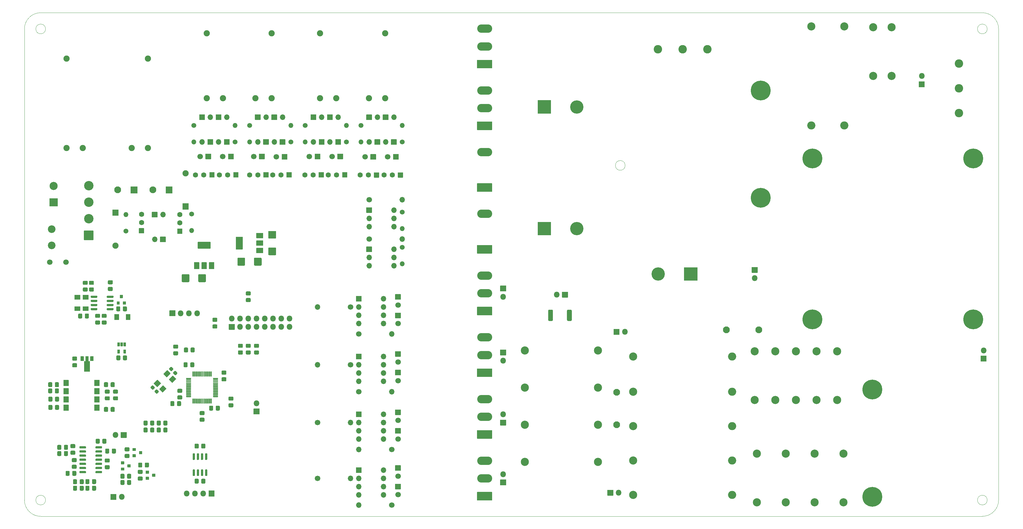
<source format=gbr>
%TF.GenerationSoftware,KiCad,Pcbnew,5.99.0-unknown-1f9723c~101~ubuntu18.04.1*%
%TF.CreationDate,2020-06-08T02:15:51+03:00*%
%TF.ProjectId,WaveUltrasonics,57617665-556c-4747-9261-736f6e696373,rev?*%
%TF.SameCoordinates,Original*%
%TF.FileFunction,Soldermask,Top*%
%TF.FilePolarity,Negative*%
%FSLAX46Y46*%
G04 Gerber Fmt 4.6, Leading zero omitted, Abs format (unit mm)*
G04 Created by KiCad (PCBNEW 5.99.0-unknown-1f9723c~101~ubuntu18.04.1) date 2020-06-08 02:15:51*
%MOMM*%
%LPD*%
G01*
G04 APERTURE LIST*
%TA.AperFunction,Profile*%
%ADD10C,0.050000*%
%TD*%
%ADD11O,1.800000X1.800000*%
%ADD12C,1.700000*%
%ADD13C,2.350000*%
%ADD14O,1.700000X1.700000*%
%ADD15C,1.600000*%
%ADD16O,2.500000X2.500000*%
%ADD17C,2.500000*%
%ADD18C,4.100000*%
%ADD19C,2.100000*%
%ADD20C,6.100000*%
%ADD21C,1.900000*%
%ADD22O,1.500000X1.500000*%
%ADD23C,1.500000*%
%ADD24O,4.600000X2.600000*%
%ADD25C,2.600000*%
%ADD26C,2.900000*%
%ADD27O,1.900000X1.900000*%
G04 APERTURE END LIST*
D10*
X246500000Y-105000000D02*
G75*
G03*
X246500000Y-105000000I-1500000J0D01*
G01*
X61500000Y-63000000D02*
G75*
G02*
X66500000Y-58000000I5000000J0D01*
G01*
X68000000Y-63000000D02*
G75*
G03*
X68000000Y-63000000I-1500000J0D01*
G01*
X68000000Y-208000000D02*
G75*
G03*
X68000000Y-208000000I-1500000J0D01*
G01*
X66500000Y-213000000D02*
G75*
G02*
X61500000Y-208000000I0J5000000D01*
G01*
X358000000Y-63000000D02*
G75*
G03*
X358000000Y-63000000I-1500000J0D01*
G01*
X358000000Y-208000000D02*
G75*
G03*
X358000000Y-208000000I-1500000J0D01*
G01*
X361500000Y-208000000D02*
G75*
G02*
X356500000Y-213000000I-5000000J0D01*
G01*
X356500000Y-58000000D02*
G75*
G02*
X361500000Y-63000000I0J-5000000D01*
G01*
X61500000Y-208000000D02*
X61500000Y-63000000D01*
X356500000Y-213000000D02*
X66500000Y-213000000D01*
X361500000Y-63000000D02*
X361500000Y-208000000D01*
X66500000Y-58000000D02*
X356500000Y-58000000D01*
%TO.C,R60*%
G36*
G01*
X103486000Y-183798738D02*
X103486000Y-184755262D01*
G75*
G02*
X103214262Y-185027000I-271738J0D01*
G01*
X102507738Y-185027000D01*
G75*
G02*
X102236000Y-184755262I0J271738D01*
G01*
X102236000Y-183798738D01*
G75*
G02*
X102507738Y-183527000I271738J0D01*
G01*
X103214262Y-183527000D01*
G75*
G02*
X103486000Y-183798738I0J-271738D01*
G01*
G37*
G36*
G01*
X105536000Y-183798738D02*
X105536000Y-184755262D01*
G75*
G02*
X105264262Y-185027000I-271738J0D01*
G01*
X104557738Y-185027000D01*
G75*
G02*
X104286000Y-184755262I0J271738D01*
G01*
X104286000Y-183798738D01*
G75*
G02*
X104557738Y-183527000I271738J0D01*
G01*
X105264262Y-183527000D01*
G75*
G02*
X105536000Y-183798738I0J-271738D01*
G01*
G37*
%TD*%
%TO.C,R59*%
G36*
G01*
X103486000Y-185957738D02*
X103486000Y-186914262D01*
G75*
G02*
X103214262Y-187186000I-271738J0D01*
G01*
X102507738Y-187186000D01*
G75*
G02*
X102236000Y-186914262I0J271738D01*
G01*
X102236000Y-185957738D01*
G75*
G02*
X102507738Y-185686000I271738J0D01*
G01*
X103214262Y-185686000D01*
G75*
G02*
X103486000Y-185957738I0J-271738D01*
G01*
G37*
G36*
G01*
X105536000Y-185957738D02*
X105536000Y-186914262D01*
G75*
G02*
X105264262Y-187186000I-271738J0D01*
G01*
X104557738Y-187186000D01*
G75*
G02*
X104286000Y-186914262I0J271738D01*
G01*
X104286000Y-185957738D01*
G75*
G02*
X104557738Y-185686000I271738J0D01*
G01*
X105264262Y-185686000D01*
G75*
G02*
X105536000Y-185957738I0J-271738D01*
G01*
G37*
%TD*%
%TO.C,D30*%
G36*
G01*
X100222000Y-184755262D02*
X100222000Y-183798738D01*
G75*
G02*
X100493738Y-183527000I271738J0D01*
G01*
X101200262Y-183527000D01*
G75*
G02*
X101472000Y-183798738I0J-271738D01*
G01*
X101472000Y-184755262D01*
G75*
G02*
X101200262Y-185027000I-271738J0D01*
G01*
X100493738Y-185027000D01*
G75*
G02*
X100222000Y-184755262I0J271738D01*
G01*
G37*
G36*
G01*
X98172000Y-184755262D02*
X98172000Y-183798738D01*
G75*
G02*
X98443738Y-183527000I271738J0D01*
G01*
X99150262Y-183527000D01*
G75*
G02*
X99422000Y-183798738I0J-271738D01*
G01*
X99422000Y-184755262D01*
G75*
G02*
X99150262Y-185027000I-271738J0D01*
G01*
X98443738Y-185027000D01*
G75*
G02*
X98172000Y-184755262I0J271738D01*
G01*
G37*
%TD*%
%TO.C,D29*%
G36*
G01*
X100222000Y-186914262D02*
X100222000Y-185957738D01*
G75*
G02*
X100493738Y-185686000I271738J0D01*
G01*
X101200262Y-185686000D01*
G75*
G02*
X101472000Y-185957738I0J-271738D01*
G01*
X101472000Y-186914262D01*
G75*
G02*
X101200262Y-187186000I-271738J0D01*
G01*
X100493738Y-187186000D01*
G75*
G02*
X100222000Y-186914262I0J271738D01*
G01*
G37*
G36*
G01*
X98172000Y-186914262D02*
X98172000Y-185957738D01*
G75*
G02*
X98443738Y-185686000I271738J0D01*
G01*
X99150262Y-185686000D01*
G75*
G02*
X99422000Y-185957738I0J-271738D01*
G01*
X99422000Y-186914262D01*
G75*
G02*
X99150262Y-187186000I-271738J0D01*
G01*
X98443738Y-187186000D01*
G75*
G02*
X98172000Y-186914262I0J271738D01*
G01*
G37*
%TD*%
D11*
%TO.C,J6*%
X111496010Y-205984010D03*
X114036010Y-205984010D03*
X116576010Y-205984010D03*
G36*
G01*
X118266010Y-205084010D02*
X119966010Y-205084010D01*
G75*
G02*
X120016010Y-205134010I0J-50000D01*
G01*
X120016010Y-206834010D01*
G75*
G02*
X119966010Y-206884010I-50000J0D01*
G01*
X118266010Y-206884010D01*
G75*
G02*
X118216010Y-206834010I0J50000D01*
G01*
X118216010Y-205134010D01*
G75*
G02*
X118266010Y-205084010I50000J0D01*
G01*
G37*
%TD*%
%TO.C,U16*%
G36*
G01*
X117290010Y-198544010D02*
X117640010Y-198544010D01*
G75*
G02*
X117815010Y-198719010I0J-175000D01*
G01*
X117815010Y-200419010D01*
G75*
G02*
X117640010Y-200594010I-175000J0D01*
G01*
X117290010Y-200594010D01*
G75*
G02*
X117115010Y-200419010I0J175000D01*
G01*
X117115010Y-198719010D01*
G75*
G02*
X117290010Y-198544010I175000J0D01*
G01*
G37*
G36*
G01*
X116020010Y-198544010D02*
X116370010Y-198544010D01*
G75*
G02*
X116545010Y-198719010I0J-175000D01*
G01*
X116545010Y-200419010D01*
G75*
G02*
X116370010Y-200594010I-175000J0D01*
G01*
X116020010Y-200594010D01*
G75*
G02*
X115845010Y-200419010I0J175000D01*
G01*
X115845010Y-198719010D01*
G75*
G02*
X116020010Y-198544010I175000J0D01*
G01*
G37*
G36*
G01*
X114750010Y-198544010D02*
X115100010Y-198544010D01*
G75*
G02*
X115275010Y-198719010I0J-175000D01*
G01*
X115275010Y-200419010D01*
G75*
G02*
X115100010Y-200594010I-175000J0D01*
G01*
X114750010Y-200594010D01*
G75*
G02*
X114575010Y-200419010I0J175000D01*
G01*
X114575010Y-198719010D01*
G75*
G02*
X114750010Y-198544010I175000J0D01*
G01*
G37*
G36*
G01*
X113480010Y-198544010D02*
X113830010Y-198544010D01*
G75*
G02*
X114005010Y-198719010I0J-175000D01*
G01*
X114005010Y-200419010D01*
G75*
G02*
X113830010Y-200594010I-175000J0D01*
G01*
X113480010Y-200594010D01*
G75*
G02*
X113305010Y-200419010I0J175000D01*
G01*
X113305010Y-198719010D01*
G75*
G02*
X113480010Y-198544010I175000J0D01*
G01*
G37*
G36*
G01*
X113480010Y-193594010D02*
X113830010Y-193594010D01*
G75*
G02*
X114005010Y-193769010I0J-175000D01*
G01*
X114005010Y-195469010D01*
G75*
G02*
X113830010Y-195644010I-175000J0D01*
G01*
X113480010Y-195644010D01*
G75*
G02*
X113305010Y-195469010I0J175000D01*
G01*
X113305010Y-193769010D01*
G75*
G02*
X113480010Y-193594010I175000J0D01*
G01*
G37*
G36*
G01*
X114750010Y-193594010D02*
X115100010Y-193594010D01*
G75*
G02*
X115275010Y-193769010I0J-175000D01*
G01*
X115275010Y-195469010D01*
G75*
G02*
X115100010Y-195644010I-175000J0D01*
G01*
X114750010Y-195644010D01*
G75*
G02*
X114575010Y-195469010I0J175000D01*
G01*
X114575010Y-193769010D01*
G75*
G02*
X114750010Y-193594010I175000J0D01*
G01*
G37*
G36*
G01*
X116020010Y-193594010D02*
X116370010Y-193594010D01*
G75*
G02*
X116545010Y-193769010I0J-175000D01*
G01*
X116545010Y-195469010D01*
G75*
G02*
X116370010Y-195644010I-175000J0D01*
G01*
X116020010Y-195644010D01*
G75*
G02*
X115845010Y-195469010I0J175000D01*
G01*
X115845010Y-193769010D01*
G75*
G02*
X116020010Y-193594010I175000J0D01*
G01*
G37*
G36*
G01*
X117290010Y-193594010D02*
X117640010Y-193594010D01*
G75*
G02*
X117815010Y-193769010I0J-175000D01*
G01*
X117815010Y-195469010D01*
G75*
G02*
X117640010Y-195644010I-175000J0D01*
G01*
X117290010Y-195644010D01*
G75*
G02*
X117115010Y-195469010I0J175000D01*
G01*
X117115010Y-193769010D01*
G75*
G02*
X117290010Y-193594010I175000J0D01*
G01*
G37*
%TD*%
%TO.C,U7*%
G36*
G01*
X92065000Y-161683000D02*
X92715000Y-161683000D01*
G75*
G02*
X92765000Y-161733000I0J-50000D01*
G01*
X92765000Y-162793000D01*
G75*
G02*
X92715000Y-162843000I-50000J0D01*
G01*
X92065000Y-162843000D01*
G75*
G02*
X92015000Y-162793000I0J50000D01*
G01*
X92015000Y-161733000D01*
G75*
G02*
X92065000Y-161683000I50000J0D01*
G01*
G37*
G36*
G01*
X90165000Y-161683000D02*
X90815000Y-161683000D01*
G75*
G02*
X90865000Y-161733000I0J-50000D01*
G01*
X90865000Y-162793000D01*
G75*
G02*
X90815000Y-162843000I-50000J0D01*
G01*
X90165000Y-162843000D01*
G75*
G02*
X90115000Y-162793000I0J50000D01*
G01*
X90115000Y-161733000D01*
G75*
G02*
X90165000Y-161683000I50000J0D01*
G01*
G37*
G36*
G01*
X90165000Y-159483000D02*
X90815000Y-159483000D01*
G75*
G02*
X90865000Y-159533000I0J-50000D01*
G01*
X90865000Y-160593000D01*
G75*
G02*
X90815000Y-160643000I-50000J0D01*
G01*
X90165000Y-160643000D01*
G75*
G02*
X90115000Y-160593000I0J50000D01*
G01*
X90115000Y-159533000D01*
G75*
G02*
X90165000Y-159483000I50000J0D01*
G01*
G37*
G36*
G01*
X91115000Y-159483000D02*
X91765000Y-159483000D01*
G75*
G02*
X91815000Y-159533000I0J-50000D01*
G01*
X91815000Y-160593000D01*
G75*
G02*
X91765000Y-160643000I-50000J0D01*
G01*
X91115000Y-160643000D01*
G75*
G02*
X91065000Y-160593000I0J50000D01*
G01*
X91065000Y-159533000D01*
G75*
G02*
X91115000Y-159483000I50000J0D01*
G01*
G37*
G36*
G01*
X92065000Y-159483000D02*
X92715000Y-159483000D01*
G75*
G02*
X92765000Y-159533000I0J-50000D01*
G01*
X92765000Y-160593000D01*
G75*
G02*
X92715000Y-160643000I-50000J0D01*
G01*
X92065000Y-160643000D01*
G75*
G02*
X92015000Y-160593000I0J50000D01*
G01*
X92015000Y-159533000D01*
G75*
G02*
X92065000Y-159483000I50000J0D01*
G01*
G37*
%TD*%
%TO.C,C66*%
G36*
G01*
X115960010Y-202652272D02*
X115960010Y-201695748D01*
G75*
G02*
X116231748Y-201424010I271738J0D01*
G01*
X116938272Y-201424010D01*
G75*
G02*
X117210010Y-201695748I0J-271738D01*
G01*
X117210010Y-202652272D01*
G75*
G02*
X116938272Y-202924010I-271738J0D01*
G01*
X116231748Y-202924010D01*
G75*
G02*
X115960010Y-202652272I0J271738D01*
G01*
G37*
G36*
G01*
X113910010Y-202652272D02*
X113910010Y-201695748D01*
G75*
G02*
X114181748Y-201424010I271738J0D01*
G01*
X114888272Y-201424010D01*
G75*
G02*
X115160010Y-201695748I0J-271738D01*
G01*
X115160010Y-202652272D01*
G75*
G02*
X114888272Y-202924010I-271738J0D01*
G01*
X114181748Y-202924010D01*
G75*
G02*
X113910010Y-202652272I0J271738D01*
G01*
G37*
%TD*%
%TO.C,C65*%
G36*
G01*
X115960010Y-191857272D02*
X115960010Y-190900748D01*
G75*
G02*
X116231748Y-190629010I271738J0D01*
G01*
X116938272Y-190629010D01*
G75*
G02*
X117210010Y-190900748I0J-271738D01*
G01*
X117210010Y-191857272D01*
G75*
G02*
X116938272Y-192129010I-271738J0D01*
G01*
X116231748Y-192129010D01*
G75*
G02*
X115960010Y-191857272I0J271738D01*
G01*
G37*
G36*
G01*
X113910010Y-191857272D02*
X113910010Y-190900748D01*
G75*
G02*
X114181748Y-190629010I271738J0D01*
G01*
X114888272Y-190629010D01*
G75*
G02*
X115160010Y-190900748I0J-271738D01*
G01*
X115160010Y-191857272D01*
G75*
G02*
X114888272Y-192129010I-271738J0D01*
G01*
X114181748Y-192129010D01*
G75*
G02*
X113910010Y-191857272I0J271738D01*
G01*
G37*
%TD*%
%TO.C,C40*%
G36*
G01*
X136831110Y-130270000D02*
X138758890Y-130270000D01*
G75*
G02*
X139020000Y-130531110I0J-261110D01*
G01*
X139020000Y-132358890D01*
G75*
G02*
X138758890Y-132620000I-261110J0D01*
G01*
X136831110Y-132620000D01*
G75*
G02*
X136570000Y-132358890I0J261110D01*
G01*
X136570000Y-130531110D01*
G75*
G02*
X136831110Y-130270000I261110J0D01*
G01*
G37*
G36*
G01*
X136831110Y-125170000D02*
X138758890Y-125170000D01*
G75*
G02*
X139020000Y-125431110I0J-261110D01*
G01*
X139020000Y-127258890D01*
G75*
G02*
X138758890Y-127520000I-261110J0D01*
G01*
X136831110Y-127520000D01*
G75*
G02*
X136570000Y-127258890I0J261110D01*
G01*
X136570000Y-125431110D01*
G75*
G02*
X136831110Y-125170000I261110J0D01*
G01*
G37*
%TD*%
%TO.C,C14*%
G36*
G01*
X91840000Y-164689262D02*
X91840000Y-163732738D01*
G75*
G02*
X92111738Y-163461000I271738J0D01*
G01*
X92818262Y-163461000D01*
G75*
G02*
X93090000Y-163732738I0J-271738D01*
G01*
X93090000Y-164689262D01*
G75*
G02*
X92818262Y-164961000I-271738J0D01*
G01*
X92111738Y-164961000D01*
G75*
G02*
X91840000Y-164689262I0J271738D01*
G01*
G37*
G36*
G01*
X89790000Y-164689262D02*
X89790000Y-163732738D01*
G75*
G02*
X90061738Y-163461000I271738J0D01*
G01*
X90768262Y-163461000D01*
G75*
G02*
X91040000Y-163732738I0J-271738D01*
G01*
X91040000Y-164689262D01*
G75*
G02*
X90768262Y-164961000I-271738J0D01*
G01*
X90061738Y-164961000D01*
G75*
G02*
X89790000Y-164689262I0J271738D01*
G01*
G37*
%TD*%
%TO.C,C12*%
G36*
G01*
X119663738Y-153943000D02*
X120620262Y-153943000D01*
G75*
G02*
X120892000Y-154214738I0J-271738D01*
G01*
X120892000Y-154921262D01*
G75*
G02*
X120620262Y-155193000I-271738J0D01*
G01*
X119663738Y-155193000D01*
G75*
G02*
X119392000Y-154921262I0J271738D01*
G01*
X119392000Y-154214738D01*
G75*
G02*
X119663738Y-153943000I271738J0D01*
G01*
G37*
G36*
G01*
X119663738Y-151893000D02*
X120620262Y-151893000D01*
G75*
G02*
X120892000Y-152164738I0J-271738D01*
G01*
X120892000Y-152871262D01*
G75*
G02*
X120620262Y-153143000I-271738J0D01*
G01*
X119663738Y-153143000D01*
G75*
G02*
X119392000Y-152871262I0J271738D01*
G01*
X119392000Y-152164738D01*
G75*
G02*
X119663738Y-151893000I271738J0D01*
G01*
G37*
%TD*%
%TO.C,U6*%
G36*
G01*
X135010000Y-130445000D02*
X135010000Y-131945000D01*
G75*
G02*
X134960000Y-131995000I-50000J0D01*
G01*
X132960000Y-131995000D01*
G75*
G02*
X132910000Y-131945000I0J50000D01*
G01*
X132910000Y-130445000D01*
G75*
G02*
X132960000Y-130395000I50000J0D01*
G01*
X134960000Y-130395000D01*
G75*
G02*
X135010000Y-130445000I0J-50000D01*
G01*
G37*
G36*
G01*
X135010000Y-125845000D02*
X135010000Y-127345000D01*
G75*
G02*
X134960000Y-127395000I-50000J0D01*
G01*
X132960000Y-127395000D01*
G75*
G02*
X132910000Y-127345000I0J50000D01*
G01*
X132910000Y-125845000D01*
G75*
G02*
X132960000Y-125795000I50000J0D01*
G01*
X134960000Y-125795000D01*
G75*
G02*
X135010000Y-125845000I0J-50000D01*
G01*
G37*
G36*
G01*
X135010000Y-128145000D02*
X135010000Y-129645000D01*
G75*
G02*
X134960000Y-129695000I-50000J0D01*
G01*
X132960000Y-129695000D01*
G75*
G02*
X132910000Y-129645000I0J50000D01*
G01*
X132910000Y-128145000D01*
G75*
G02*
X132960000Y-128095000I50000J0D01*
G01*
X134960000Y-128095000D01*
G75*
G02*
X135010000Y-128145000I0J-50000D01*
G01*
G37*
G36*
G01*
X128710000Y-126995000D02*
X128710000Y-130795000D01*
G75*
G02*
X128660000Y-130845000I-50000J0D01*
G01*
X126660000Y-130845000D01*
G75*
G02*
X126610000Y-130795000I0J50000D01*
G01*
X126610000Y-126995000D01*
G75*
G02*
X126660000Y-126945000I50000J0D01*
G01*
X128660000Y-126945000D01*
G75*
G02*
X128710000Y-126995000I0J-50000D01*
G01*
G37*
%TD*%
%TO.C,C13*%
G36*
G01*
X132185000Y-135583890D02*
X132185000Y-133656110D01*
G75*
G02*
X132446110Y-133395000I261110J0D01*
G01*
X134273890Y-133395000D01*
G75*
G02*
X134535000Y-133656110I0J-261110D01*
G01*
X134535000Y-135583890D01*
G75*
G02*
X134273890Y-135845000I-261110J0D01*
G01*
X132446110Y-135845000D01*
G75*
G02*
X132185000Y-135583890I0J261110D01*
G01*
G37*
G36*
G01*
X127085000Y-135583890D02*
X127085000Y-133656110D01*
G75*
G02*
X127346110Y-133395000I261110J0D01*
G01*
X129173890Y-133395000D01*
G75*
G02*
X129435000Y-133656110I0J-261110D01*
G01*
X129435000Y-135583890D01*
G75*
G02*
X129173890Y-135845000I-261110J0D01*
G01*
X127346110Y-135845000D01*
G75*
G02*
X127085000Y-135583890I0J261110D01*
G01*
G37*
%TD*%
%TO.C,U14*%
G36*
G01*
X115290000Y-136915000D02*
X113790000Y-136915000D01*
G75*
G02*
X113740000Y-136865000I0J50000D01*
G01*
X113740000Y-134865000D01*
G75*
G02*
X113790000Y-134815000I50000J0D01*
G01*
X115290000Y-134815000D01*
G75*
G02*
X115340000Y-134865000I0J-50000D01*
G01*
X115340000Y-136865000D01*
G75*
G02*
X115290000Y-136915000I-50000J0D01*
G01*
G37*
G36*
G01*
X119890000Y-136915000D02*
X118390000Y-136915000D01*
G75*
G02*
X118340000Y-136865000I0J50000D01*
G01*
X118340000Y-134865000D01*
G75*
G02*
X118390000Y-134815000I50000J0D01*
G01*
X119890000Y-134815000D01*
G75*
G02*
X119940000Y-134865000I0J-50000D01*
G01*
X119940000Y-136865000D01*
G75*
G02*
X119890000Y-136915000I-50000J0D01*
G01*
G37*
G36*
G01*
X117590000Y-136915000D02*
X116090000Y-136915000D01*
G75*
G02*
X116040000Y-136865000I0J50000D01*
G01*
X116040000Y-134865000D01*
G75*
G02*
X116090000Y-134815000I50000J0D01*
G01*
X117590000Y-134815000D01*
G75*
G02*
X117640000Y-134865000I0J-50000D01*
G01*
X117640000Y-136865000D01*
G75*
G02*
X117590000Y-136915000I-50000J0D01*
G01*
G37*
G36*
G01*
X118740000Y-130615000D02*
X114940000Y-130615000D01*
G75*
G02*
X114890000Y-130565000I0J50000D01*
G01*
X114890000Y-128565000D01*
G75*
G02*
X114940000Y-128515000I50000J0D01*
G01*
X118740000Y-128515000D01*
G75*
G02*
X118790000Y-128565000I0J-50000D01*
G01*
X118790000Y-130565000D01*
G75*
G02*
X118740000Y-130615000I-50000J0D01*
G01*
G37*
%TD*%
%TO.C,C67*%
G36*
G01*
X112290000Y-138736110D02*
X112290000Y-140663890D01*
G75*
G02*
X112028890Y-140925000I-261110J0D01*
G01*
X110201110Y-140925000D01*
G75*
G02*
X109940000Y-140663890I0J261110D01*
G01*
X109940000Y-138736110D01*
G75*
G02*
X110201110Y-138475000I261110J0D01*
G01*
X112028890Y-138475000D01*
G75*
G02*
X112290000Y-138736110I0J-261110D01*
G01*
G37*
G36*
G01*
X117390000Y-138736110D02*
X117390000Y-140663890D01*
G75*
G02*
X117128890Y-140925000I-261110J0D01*
G01*
X115301110Y-140925000D01*
G75*
G02*
X115040000Y-140663890I0J261110D01*
G01*
X115040000Y-138736110D01*
G75*
G02*
X115301110Y-138475000I261110J0D01*
G01*
X117128890Y-138475000D01*
G75*
G02*
X117390000Y-138736110I0J-261110D01*
G01*
G37*
%TD*%
D12*
%TO.C,C48*%
X69295000Y-134770250D03*
X74295000Y-134770250D03*
%TD*%
D13*
%TO.C,J4*%
X69850000Y-124650250D03*
X69850000Y-129650250D03*
%TD*%
D11*
%TO.C,J5*%
X114681000Y-150495000D03*
X112141000Y-150495000D03*
X109601000Y-150495000D03*
G36*
G01*
X107911000Y-151395000D02*
X106211000Y-151395000D01*
G75*
G02*
X106161000Y-151345000I0J50000D01*
G01*
X106161000Y-149645000D01*
G75*
G02*
X106211000Y-149595000I50000J0D01*
G01*
X107911000Y-149595000D01*
G75*
G02*
X107961000Y-149645000I0J-50000D01*
G01*
X107961000Y-151345000D01*
G75*
G02*
X107911000Y-151395000I-50000J0D01*
G01*
G37*
%TD*%
%TO.C,J2*%
X143129000Y-152146000D03*
X143129000Y-154686000D03*
X140589000Y-152146000D03*
X140589000Y-154686000D03*
X138049000Y-152146000D03*
X138049000Y-154686000D03*
X135509000Y-152146000D03*
X135509000Y-154686000D03*
X132969000Y-152146000D03*
X132969000Y-154686000D03*
X130429000Y-152146000D03*
X130429000Y-154686000D03*
X127889000Y-152146000D03*
X127889000Y-154686000D03*
X125349000Y-152146000D03*
G36*
G01*
X126199000Y-155586000D02*
X124499000Y-155586000D01*
G75*
G02*
X124449000Y-155536000I0J50000D01*
G01*
X124449000Y-153836000D01*
G75*
G02*
X124499000Y-153786000I50000J0D01*
G01*
X126199000Y-153786000D01*
G75*
G02*
X126249000Y-153836000I0J-50000D01*
G01*
X126249000Y-155536000D01*
G75*
G02*
X126199000Y-155586000I-50000J0D01*
G01*
G37*
%TD*%
%TO.C,Y1*%
G36*
G01*
X105305330Y-170212564D02*
X104315381Y-169222614D01*
G75*
G02*
X104315381Y-169151904I35355J35355D01*
G01*
X105446752Y-168020533D01*
G75*
G02*
X105517462Y-168020533I35355J-35355D01*
G01*
X106507411Y-169010482D01*
G75*
G02*
X106507411Y-169081192I-35355J-35355D01*
G01*
X105376040Y-170212563D01*
G75*
G02*
X105305330Y-170212563I-35355J35355D01*
G01*
G37*
G36*
G01*
X107002386Y-171909620D02*
X106012437Y-170919670D01*
G75*
G02*
X106012437Y-170848960I35355J35355D01*
G01*
X107143808Y-169717589D01*
G75*
G02*
X107214518Y-169717589I35355J-35355D01*
G01*
X108204467Y-170707538D01*
G75*
G02*
X108204467Y-170778248I-35355J-35355D01*
G01*
X107073096Y-171909619D01*
G75*
G02*
X107002386Y-171909619I-35355J35355D01*
G01*
G37*
G36*
G01*
X104032538Y-174879468D02*
X103042589Y-173889518D01*
G75*
G02*
X103042589Y-173818808I35355J35355D01*
G01*
X104173960Y-172687437D01*
G75*
G02*
X104244670Y-172687437I35355J-35355D01*
G01*
X105234619Y-173677386D01*
G75*
G02*
X105234619Y-173748096I-35355J-35355D01*
G01*
X104103248Y-174879467D01*
G75*
G02*
X104032538Y-174879467I-35355J35355D01*
G01*
G37*
G36*
G01*
X102406193Y-173199382D02*
X101328562Y-172121751D01*
G75*
G02*
X101328562Y-172051041I35355J35355D01*
G01*
X102406193Y-170973410D01*
G75*
G02*
X102476903Y-170973410I35355J-35355D01*
G01*
X103554534Y-172051041D01*
G75*
G02*
X103554534Y-172121751I-35355J-35355D01*
G01*
X102476903Y-173199382D01*
G75*
G02*
X102406193Y-173199382I-35355J35355D01*
G01*
G37*
%TD*%
%TO.C,U15*%
G36*
G01*
X113255000Y-169880000D02*
X113255000Y-168505000D01*
G75*
G02*
X113355000Y-168405000I100000J0D01*
G01*
X113555000Y-168405000D01*
G75*
G02*
X113655000Y-168505000I0J-100000D01*
G01*
X113655000Y-169880000D01*
G75*
G02*
X113555000Y-169980000I-100000J0D01*
G01*
X113355000Y-169980000D01*
G75*
G02*
X113255000Y-169880000I0J100000D01*
G01*
G37*
G36*
G01*
X113755000Y-169880000D02*
X113755000Y-168505000D01*
G75*
G02*
X113855000Y-168405000I100000J0D01*
G01*
X114055000Y-168405000D01*
G75*
G02*
X114155000Y-168505000I0J-100000D01*
G01*
X114155000Y-169880000D01*
G75*
G02*
X114055000Y-169980000I-100000J0D01*
G01*
X113855000Y-169980000D01*
G75*
G02*
X113755000Y-169880000I0J100000D01*
G01*
G37*
G36*
G01*
X114255000Y-169880000D02*
X114255000Y-168505000D01*
G75*
G02*
X114355000Y-168405000I100000J0D01*
G01*
X114555000Y-168405000D01*
G75*
G02*
X114655000Y-168505000I0J-100000D01*
G01*
X114655000Y-169880000D01*
G75*
G02*
X114555000Y-169980000I-100000J0D01*
G01*
X114355000Y-169980000D01*
G75*
G02*
X114255000Y-169880000I0J100000D01*
G01*
G37*
G36*
G01*
X114755000Y-169880000D02*
X114755000Y-168505000D01*
G75*
G02*
X114855000Y-168405000I100000J0D01*
G01*
X115055000Y-168405000D01*
G75*
G02*
X115155000Y-168505000I0J-100000D01*
G01*
X115155000Y-169880000D01*
G75*
G02*
X115055000Y-169980000I-100000J0D01*
G01*
X114855000Y-169980000D01*
G75*
G02*
X114755000Y-169880000I0J100000D01*
G01*
G37*
G36*
G01*
X115255000Y-169880000D02*
X115255000Y-168505000D01*
G75*
G02*
X115355000Y-168405000I100000J0D01*
G01*
X115555000Y-168405000D01*
G75*
G02*
X115655000Y-168505000I0J-100000D01*
G01*
X115655000Y-169880000D01*
G75*
G02*
X115555000Y-169980000I-100000J0D01*
G01*
X115355000Y-169980000D01*
G75*
G02*
X115255000Y-169880000I0J100000D01*
G01*
G37*
G36*
G01*
X115755000Y-169880000D02*
X115755000Y-168505000D01*
G75*
G02*
X115855000Y-168405000I100000J0D01*
G01*
X116055000Y-168405000D01*
G75*
G02*
X116155000Y-168505000I0J-100000D01*
G01*
X116155000Y-169880000D01*
G75*
G02*
X116055000Y-169980000I-100000J0D01*
G01*
X115855000Y-169980000D01*
G75*
G02*
X115755000Y-169880000I0J100000D01*
G01*
G37*
G36*
G01*
X116255000Y-169880000D02*
X116255000Y-168505000D01*
G75*
G02*
X116355000Y-168405000I100000J0D01*
G01*
X116555000Y-168405000D01*
G75*
G02*
X116655000Y-168505000I0J-100000D01*
G01*
X116655000Y-169880000D01*
G75*
G02*
X116555000Y-169980000I-100000J0D01*
G01*
X116355000Y-169980000D01*
G75*
G02*
X116255000Y-169880000I0J100000D01*
G01*
G37*
G36*
G01*
X116755000Y-169880000D02*
X116755000Y-168505000D01*
G75*
G02*
X116855000Y-168405000I100000J0D01*
G01*
X117055000Y-168405000D01*
G75*
G02*
X117155000Y-168505000I0J-100000D01*
G01*
X117155000Y-169880000D01*
G75*
G02*
X117055000Y-169980000I-100000J0D01*
G01*
X116855000Y-169980000D01*
G75*
G02*
X116755000Y-169880000I0J100000D01*
G01*
G37*
G36*
G01*
X117255000Y-169880000D02*
X117255000Y-168505000D01*
G75*
G02*
X117355000Y-168405000I100000J0D01*
G01*
X117555000Y-168405000D01*
G75*
G02*
X117655000Y-168505000I0J-100000D01*
G01*
X117655000Y-169880000D01*
G75*
G02*
X117555000Y-169980000I-100000J0D01*
G01*
X117355000Y-169980000D01*
G75*
G02*
X117255000Y-169880000I0J100000D01*
G01*
G37*
G36*
G01*
X117755000Y-169880000D02*
X117755000Y-168505000D01*
G75*
G02*
X117855000Y-168405000I100000J0D01*
G01*
X118055000Y-168405000D01*
G75*
G02*
X118155000Y-168505000I0J-100000D01*
G01*
X118155000Y-169880000D01*
G75*
G02*
X118055000Y-169980000I-100000J0D01*
G01*
X117855000Y-169980000D01*
G75*
G02*
X117755000Y-169880000I0J100000D01*
G01*
G37*
G36*
G01*
X118255000Y-169880000D02*
X118255000Y-168505000D01*
G75*
G02*
X118355000Y-168405000I100000J0D01*
G01*
X118555000Y-168405000D01*
G75*
G02*
X118655000Y-168505000I0J-100000D01*
G01*
X118655000Y-169880000D01*
G75*
G02*
X118555000Y-169980000I-100000J0D01*
G01*
X118355000Y-169980000D01*
G75*
G02*
X118255000Y-169880000I0J100000D01*
G01*
G37*
G36*
G01*
X118755000Y-169880000D02*
X118755000Y-168505000D01*
G75*
G02*
X118855000Y-168405000I100000J0D01*
G01*
X119055000Y-168405000D01*
G75*
G02*
X119155000Y-168505000I0J-100000D01*
G01*
X119155000Y-169880000D01*
G75*
G02*
X119055000Y-169980000I-100000J0D01*
G01*
X118855000Y-169980000D01*
G75*
G02*
X118755000Y-169880000I0J100000D01*
G01*
G37*
G36*
G01*
X119580000Y-170705000D02*
X119580000Y-170505000D01*
G75*
G02*
X119680000Y-170405000I100000J0D01*
G01*
X121055000Y-170405000D01*
G75*
G02*
X121155000Y-170505000I0J-100000D01*
G01*
X121155000Y-170705000D01*
G75*
G02*
X121055000Y-170805000I-100000J0D01*
G01*
X119680000Y-170805000D01*
G75*
G02*
X119580000Y-170705000I0J100000D01*
G01*
G37*
G36*
G01*
X119580000Y-171205000D02*
X119580000Y-171005000D01*
G75*
G02*
X119680000Y-170905000I100000J0D01*
G01*
X121055000Y-170905000D01*
G75*
G02*
X121155000Y-171005000I0J-100000D01*
G01*
X121155000Y-171205000D01*
G75*
G02*
X121055000Y-171305000I-100000J0D01*
G01*
X119680000Y-171305000D01*
G75*
G02*
X119580000Y-171205000I0J100000D01*
G01*
G37*
G36*
G01*
X119580000Y-171705000D02*
X119580000Y-171505000D01*
G75*
G02*
X119680000Y-171405000I100000J0D01*
G01*
X121055000Y-171405000D01*
G75*
G02*
X121155000Y-171505000I0J-100000D01*
G01*
X121155000Y-171705000D01*
G75*
G02*
X121055000Y-171805000I-100000J0D01*
G01*
X119680000Y-171805000D01*
G75*
G02*
X119580000Y-171705000I0J100000D01*
G01*
G37*
G36*
G01*
X119580000Y-172205000D02*
X119580000Y-172005000D01*
G75*
G02*
X119680000Y-171905000I100000J0D01*
G01*
X121055000Y-171905000D01*
G75*
G02*
X121155000Y-172005000I0J-100000D01*
G01*
X121155000Y-172205000D01*
G75*
G02*
X121055000Y-172305000I-100000J0D01*
G01*
X119680000Y-172305000D01*
G75*
G02*
X119580000Y-172205000I0J100000D01*
G01*
G37*
G36*
G01*
X119580000Y-172705000D02*
X119580000Y-172505000D01*
G75*
G02*
X119680000Y-172405000I100000J0D01*
G01*
X121055000Y-172405000D01*
G75*
G02*
X121155000Y-172505000I0J-100000D01*
G01*
X121155000Y-172705000D01*
G75*
G02*
X121055000Y-172805000I-100000J0D01*
G01*
X119680000Y-172805000D01*
G75*
G02*
X119580000Y-172705000I0J100000D01*
G01*
G37*
G36*
G01*
X119580000Y-173205000D02*
X119580000Y-173005000D01*
G75*
G02*
X119680000Y-172905000I100000J0D01*
G01*
X121055000Y-172905000D01*
G75*
G02*
X121155000Y-173005000I0J-100000D01*
G01*
X121155000Y-173205000D01*
G75*
G02*
X121055000Y-173305000I-100000J0D01*
G01*
X119680000Y-173305000D01*
G75*
G02*
X119580000Y-173205000I0J100000D01*
G01*
G37*
G36*
G01*
X119580000Y-173705000D02*
X119580000Y-173505000D01*
G75*
G02*
X119680000Y-173405000I100000J0D01*
G01*
X121055000Y-173405000D01*
G75*
G02*
X121155000Y-173505000I0J-100000D01*
G01*
X121155000Y-173705000D01*
G75*
G02*
X121055000Y-173805000I-100000J0D01*
G01*
X119680000Y-173805000D01*
G75*
G02*
X119580000Y-173705000I0J100000D01*
G01*
G37*
G36*
G01*
X119580000Y-174205000D02*
X119580000Y-174005000D01*
G75*
G02*
X119680000Y-173905000I100000J0D01*
G01*
X121055000Y-173905000D01*
G75*
G02*
X121155000Y-174005000I0J-100000D01*
G01*
X121155000Y-174205000D01*
G75*
G02*
X121055000Y-174305000I-100000J0D01*
G01*
X119680000Y-174305000D01*
G75*
G02*
X119580000Y-174205000I0J100000D01*
G01*
G37*
G36*
G01*
X119580000Y-174705000D02*
X119580000Y-174505000D01*
G75*
G02*
X119680000Y-174405000I100000J0D01*
G01*
X121055000Y-174405000D01*
G75*
G02*
X121155000Y-174505000I0J-100000D01*
G01*
X121155000Y-174705000D01*
G75*
G02*
X121055000Y-174805000I-100000J0D01*
G01*
X119680000Y-174805000D01*
G75*
G02*
X119580000Y-174705000I0J100000D01*
G01*
G37*
G36*
G01*
X119580000Y-175205000D02*
X119580000Y-175005000D01*
G75*
G02*
X119680000Y-174905000I100000J0D01*
G01*
X121055000Y-174905000D01*
G75*
G02*
X121155000Y-175005000I0J-100000D01*
G01*
X121155000Y-175205000D01*
G75*
G02*
X121055000Y-175305000I-100000J0D01*
G01*
X119680000Y-175305000D01*
G75*
G02*
X119580000Y-175205000I0J100000D01*
G01*
G37*
G36*
G01*
X119580000Y-175705000D02*
X119580000Y-175505000D01*
G75*
G02*
X119680000Y-175405000I100000J0D01*
G01*
X121055000Y-175405000D01*
G75*
G02*
X121155000Y-175505000I0J-100000D01*
G01*
X121155000Y-175705000D01*
G75*
G02*
X121055000Y-175805000I-100000J0D01*
G01*
X119680000Y-175805000D01*
G75*
G02*
X119580000Y-175705000I0J100000D01*
G01*
G37*
G36*
G01*
X119580000Y-176205000D02*
X119580000Y-176005000D01*
G75*
G02*
X119680000Y-175905000I100000J0D01*
G01*
X121055000Y-175905000D01*
G75*
G02*
X121155000Y-176005000I0J-100000D01*
G01*
X121155000Y-176205000D01*
G75*
G02*
X121055000Y-176305000I-100000J0D01*
G01*
X119680000Y-176305000D01*
G75*
G02*
X119580000Y-176205000I0J100000D01*
G01*
G37*
G36*
G01*
X118755000Y-178205000D02*
X118755000Y-176830000D01*
G75*
G02*
X118855000Y-176730000I100000J0D01*
G01*
X119055000Y-176730000D01*
G75*
G02*
X119155000Y-176830000I0J-100000D01*
G01*
X119155000Y-178205000D01*
G75*
G02*
X119055000Y-178305000I-100000J0D01*
G01*
X118855000Y-178305000D01*
G75*
G02*
X118755000Y-178205000I0J100000D01*
G01*
G37*
G36*
G01*
X118255000Y-178205000D02*
X118255000Y-176830000D01*
G75*
G02*
X118355000Y-176730000I100000J0D01*
G01*
X118555000Y-176730000D01*
G75*
G02*
X118655000Y-176830000I0J-100000D01*
G01*
X118655000Y-178205000D01*
G75*
G02*
X118555000Y-178305000I-100000J0D01*
G01*
X118355000Y-178305000D01*
G75*
G02*
X118255000Y-178205000I0J100000D01*
G01*
G37*
G36*
G01*
X117755000Y-178205000D02*
X117755000Y-176830000D01*
G75*
G02*
X117855000Y-176730000I100000J0D01*
G01*
X118055000Y-176730000D01*
G75*
G02*
X118155000Y-176830000I0J-100000D01*
G01*
X118155000Y-178205000D01*
G75*
G02*
X118055000Y-178305000I-100000J0D01*
G01*
X117855000Y-178305000D01*
G75*
G02*
X117755000Y-178205000I0J100000D01*
G01*
G37*
G36*
G01*
X117255000Y-178205000D02*
X117255000Y-176830000D01*
G75*
G02*
X117355000Y-176730000I100000J0D01*
G01*
X117555000Y-176730000D01*
G75*
G02*
X117655000Y-176830000I0J-100000D01*
G01*
X117655000Y-178205000D01*
G75*
G02*
X117555000Y-178305000I-100000J0D01*
G01*
X117355000Y-178305000D01*
G75*
G02*
X117255000Y-178205000I0J100000D01*
G01*
G37*
G36*
G01*
X116755000Y-178205000D02*
X116755000Y-176830000D01*
G75*
G02*
X116855000Y-176730000I100000J0D01*
G01*
X117055000Y-176730000D01*
G75*
G02*
X117155000Y-176830000I0J-100000D01*
G01*
X117155000Y-178205000D01*
G75*
G02*
X117055000Y-178305000I-100000J0D01*
G01*
X116855000Y-178305000D01*
G75*
G02*
X116755000Y-178205000I0J100000D01*
G01*
G37*
G36*
G01*
X116255000Y-178205000D02*
X116255000Y-176830000D01*
G75*
G02*
X116355000Y-176730000I100000J0D01*
G01*
X116555000Y-176730000D01*
G75*
G02*
X116655000Y-176830000I0J-100000D01*
G01*
X116655000Y-178205000D01*
G75*
G02*
X116555000Y-178305000I-100000J0D01*
G01*
X116355000Y-178305000D01*
G75*
G02*
X116255000Y-178205000I0J100000D01*
G01*
G37*
G36*
G01*
X115755000Y-178205000D02*
X115755000Y-176830000D01*
G75*
G02*
X115855000Y-176730000I100000J0D01*
G01*
X116055000Y-176730000D01*
G75*
G02*
X116155000Y-176830000I0J-100000D01*
G01*
X116155000Y-178205000D01*
G75*
G02*
X116055000Y-178305000I-100000J0D01*
G01*
X115855000Y-178305000D01*
G75*
G02*
X115755000Y-178205000I0J100000D01*
G01*
G37*
G36*
G01*
X115255000Y-178205000D02*
X115255000Y-176830000D01*
G75*
G02*
X115355000Y-176730000I100000J0D01*
G01*
X115555000Y-176730000D01*
G75*
G02*
X115655000Y-176830000I0J-100000D01*
G01*
X115655000Y-178205000D01*
G75*
G02*
X115555000Y-178305000I-100000J0D01*
G01*
X115355000Y-178305000D01*
G75*
G02*
X115255000Y-178205000I0J100000D01*
G01*
G37*
G36*
G01*
X114755000Y-178205000D02*
X114755000Y-176830000D01*
G75*
G02*
X114855000Y-176730000I100000J0D01*
G01*
X115055000Y-176730000D01*
G75*
G02*
X115155000Y-176830000I0J-100000D01*
G01*
X115155000Y-178205000D01*
G75*
G02*
X115055000Y-178305000I-100000J0D01*
G01*
X114855000Y-178305000D01*
G75*
G02*
X114755000Y-178205000I0J100000D01*
G01*
G37*
G36*
G01*
X114255000Y-178205000D02*
X114255000Y-176830000D01*
G75*
G02*
X114355000Y-176730000I100000J0D01*
G01*
X114555000Y-176730000D01*
G75*
G02*
X114655000Y-176830000I0J-100000D01*
G01*
X114655000Y-178205000D01*
G75*
G02*
X114555000Y-178305000I-100000J0D01*
G01*
X114355000Y-178305000D01*
G75*
G02*
X114255000Y-178205000I0J100000D01*
G01*
G37*
G36*
G01*
X113755000Y-178205000D02*
X113755000Y-176830000D01*
G75*
G02*
X113855000Y-176730000I100000J0D01*
G01*
X114055000Y-176730000D01*
G75*
G02*
X114155000Y-176830000I0J-100000D01*
G01*
X114155000Y-178205000D01*
G75*
G02*
X114055000Y-178305000I-100000J0D01*
G01*
X113855000Y-178305000D01*
G75*
G02*
X113755000Y-178205000I0J100000D01*
G01*
G37*
G36*
G01*
X113255000Y-178205000D02*
X113255000Y-176830000D01*
G75*
G02*
X113355000Y-176730000I100000J0D01*
G01*
X113555000Y-176730000D01*
G75*
G02*
X113655000Y-176830000I0J-100000D01*
G01*
X113655000Y-178205000D01*
G75*
G02*
X113555000Y-178305000I-100000J0D01*
G01*
X113355000Y-178305000D01*
G75*
G02*
X113255000Y-178205000I0J100000D01*
G01*
G37*
G36*
G01*
X111255000Y-176205000D02*
X111255000Y-176005000D01*
G75*
G02*
X111355000Y-175905000I100000J0D01*
G01*
X112730000Y-175905000D01*
G75*
G02*
X112830000Y-176005000I0J-100000D01*
G01*
X112830000Y-176205000D01*
G75*
G02*
X112730000Y-176305000I-100000J0D01*
G01*
X111355000Y-176305000D01*
G75*
G02*
X111255000Y-176205000I0J100000D01*
G01*
G37*
G36*
G01*
X111255000Y-175705000D02*
X111255000Y-175505000D01*
G75*
G02*
X111355000Y-175405000I100000J0D01*
G01*
X112730000Y-175405000D01*
G75*
G02*
X112830000Y-175505000I0J-100000D01*
G01*
X112830000Y-175705000D01*
G75*
G02*
X112730000Y-175805000I-100000J0D01*
G01*
X111355000Y-175805000D01*
G75*
G02*
X111255000Y-175705000I0J100000D01*
G01*
G37*
G36*
G01*
X111255000Y-175205000D02*
X111255000Y-175005000D01*
G75*
G02*
X111355000Y-174905000I100000J0D01*
G01*
X112730000Y-174905000D01*
G75*
G02*
X112830000Y-175005000I0J-100000D01*
G01*
X112830000Y-175205000D01*
G75*
G02*
X112730000Y-175305000I-100000J0D01*
G01*
X111355000Y-175305000D01*
G75*
G02*
X111255000Y-175205000I0J100000D01*
G01*
G37*
G36*
G01*
X111255000Y-174705000D02*
X111255000Y-174505000D01*
G75*
G02*
X111355000Y-174405000I100000J0D01*
G01*
X112730000Y-174405000D01*
G75*
G02*
X112830000Y-174505000I0J-100000D01*
G01*
X112830000Y-174705000D01*
G75*
G02*
X112730000Y-174805000I-100000J0D01*
G01*
X111355000Y-174805000D01*
G75*
G02*
X111255000Y-174705000I0J100000D01*
G01*
G37*
G36*
G01*
X111255000Y-174205000D02*
X111255000Y-174005000D01*
G75*
G02*
X111355000Y-173905000I100000J0D01*
G01*
X112730000Y-173905000D01*
G75*
G02*
X112830000Y-174005000I0J-100000D01*
G01*
X112830000Y-174205000D01*
G75*
G02*
X112730000Y-174305000I-100000J0D01*
G01*
X111355000Y-174305000D01*
G75*
G02*
X111255000Y-174205000I0J100000D01*
G01*
G37*
G36*
G01*
X111255000Y-173705000D02*
X111255000Y-173505000D01*
G75*
G02*
X111355000Y-173405000I100000J0D01*
G01*
X112730000Y-173405000D01*
G75*
G02*
X112830000Y-173505000I0J-100000D01*
G01*
X112830000Y-173705000D01*
G75*
G02*
X112730000Y-173805000I-100000J0D01*
G01*
X111355000Y-173805000D01*
G75*
G02*
X111255000Y-173705000I0J100000D01*
G01*
G37*
G36*
G01*
X111255000Y-173205000D02*
X111255000Y-173005000D01*
G75*
G02*
X111355000Y-172905000I100000J0D01*
G01*
X112730000Y-172905000D01*
G75*
G02*
X112830000Y-173005000I0J-100000D01*
G01*
X112830000Y-173205000D01*
G75*
G02*
X112730000Y-173305000I-100000J0D01*
G01*
X111355000Y-173305000D01*
G75*
G02*
X111255000Y-173205000I0J100000D01*
G01*
G37*
G36*
G01*
X111255000Y-172705000D02*
X111255000Y-172505000D01*
G75*
G02*
X111355000Y-172405000I100000J0D01*
G01*
X112730000Y-172405000D01*
G75*
G02*
X112830000Y-172505000I0J-100000D01*
G01*
X112830000Y-172705000D01*
G75*
G02*
X112730000Y-172805000I-100000J0D01*
G01*
X111355000Y-172805000D01*
G75*
G02*
X111255000Y-172705000I0J100000D01*
G01*
G37*
G36*
G01*
X111255000Y-172205000D02*
X111255000Y-172005000D01*
G75*
G02*
X111355000Y-171905000I100000J0D01*
G01*
X112730000Y-171905000D01*
G75*
G02*
X112830000Y-172005000I0J-100000D01*
G01*
X112830000Y-172205000D01*
G75*
G02*
X112730000Y-172305000I-100000J0D01*
G01*
X111355000Y-172305000D01*
G75*
G02*
X111255000Y-172205000I0J100000D01*
G01*
G37*
G36*
G01*
X111255000Y-171705000D02*
X111255000Y-171505000D01*
G75*
G02*
X111355000Y-171405000I100000J0D01*
G01*
X112730000Y-171405000D01*
G75*
G02*
X112830000Y-171505000I0J-100000D01*
G01*
X112830000Y-171705000D01*
G75*
G02*
X112730000Y-171805000I-100000J0D01*
G01*
X111355000Y-171805000D01*
G75*
G02*
X111255000Y-171705000I0J100000D01*
G01*
G37*
G36*
G01*
X111255000Y-171205000D02*
X111255000Y-171005000D01*
G75*
G02*
X111355000Y-170905000I100000J0D01*
G01*
X112730000Y-170905000D01*
G75*
G02*
X112830000Y-171005000I0J-100000D01*
G01*
X112830000Y-171205000D01*
G75*
G02*
X112730000Y-171305000I-100000J0D01*
G01*
X111355000Y-171305000D01*
G75*
G02*
X111255000Y-171205000I0J100000D01*
G01*
G37*
G36*
G01*
X111255000Y-170705000D02*
X111255000Y-170505000D01*
G75*
G02*
X111355000Y-170405000I100000J0D01*
G01*
X112730000Y-170405000D01*
G75*
G02*
X112830000Y-170505000I0J-100000D01*
G01*
X112830000Y-170705000D01*
G75*
G02*
X112730000Y-170805000I-100000J0D01*
G01*
X111355000Y-170805000D01*
G75*
G02*
X111255000Y-170705000I0J100000D01*
G01*
G37*
%TD*%
%TO.C,R58*%
G36*
G01*
X112677000Y-162276262D02*
X112677000Y-161319738D01*
G75*
G02*
X112948738Y-161048000I271738J0D01*
G01*
X113655262Y-161048000D01*
G75*
G02*
X113927000Y-161319738I0J-271738D01*
G01*
X113927000Y-162276262D01*
G75*
G02*
X113655262Y-162548000I-271738J0D01*
G01*
X112948738Y-162548000D01*
G75*
G02*
X112677000Y-162276262I0J271738D01*
G01*
G37*
G36*
G01*
X110627000Y-162276262D02*
X110627000Y-161319738D01*
G75*
G02*
X110898738Y-161048000I271738J0D01*
G01*
X111605262Y-161048000D01*
G75*
G02*
X111877000Y-161319738I0J-271738D01*
G01*
X111877000Y-162276262D01*
G75*
G02*
X111605262Y-162548000I-271738J0D01*
G01*
X110898738Y-162548000D01*
G75*
G02*
X110627000Y-162276262I0J271738D01*
G01*
G37*
%TD*%
%TO.C,C64*%
G36*
G01*
X108477000Y-178786262D02*
X108477000Y-177829738D01*
G75*
G02*
X108748738Y-177558000I271738J0D01*
G01*
X109455262Y-177558000D01*
G75*
G02*
X109727000Y-177829738I0J-271738D01*
G01*
X109727000Y-178786262D01*
G75*
G02*
X109455262Y-179058000I-271738J0D01*
G01*
X108748738Y-179058000D01*
G75*
G02*
X108477000Y-178786262I0J271738D01*
G01*
G37*
G36*
G01*
X106427000Y-178786262D02*
X106427000Y-177829738D01*
G75*
G02*
X106698738Y-177558000I271738J0D01*
G01*
X107405262Y-177558000D01*
G75*
G02*
X107677000Y-177829738I0J-271738D01*
G01*
X107677000Y-178786262D01*
G75*
G02*
X107405262Y-179058000I-271738J0D01*
G01*
X106698738Y-179058000D01*
G75*
G02*
X106427000Y-178786262I0J271738D01*
G01*
G37*
%TD*%
%TO.C,C63*%
G36*
G01*
X109825262Y-174987000D02*
X108868738Y-174987000D01*
G75*
G02*
X108597000Y-174715262I0J271738D01*
G01*
X108597000Y-174008738D01*
G75*
G02*
X108868738Y-173737000I271738J0D01*
G01*
X109825262Y-173737000D01*
G75*
G02*
X110097000Y-174008738I0J-271738D01*
G01*
X110097000Y-174715262D01*
G75*
G02*
X109825262Y-174987000I-271738J0D01*
G01*
G37*
G36*
G01*
X109825262Y-177037000D02*
X108868738Y-177037000D01*
G75*
G02*
X108597000Y-176765262I0J271738D01*
G01*
X108597000Y-176058738D01*
G75*
G02*
X108868738Y-175787000I271738J0D01*
G01*
X109825262Y-175787000D01*
G75*
G02*
X110097000Y-176058738I0J-271738D01*
G01*
X110097000Y-176765262D01*
G75*
G02*
X109825262Y-177037000I-271738J0D01*
G01*
G37*
%TD*%
%TO.C,C61*%
G36*
G01*
X119615000Y-179226738D02*
X119615000Y-180183262D01*
G75*
G02*
X119343262Y-180455000I-271738J0D01*
G01*
X118636738Y-180455000D01*
G75*
G02*
X118365000Y-180183262I0J271738D01*
G01*
X118365000Y-179226738D01*
G75*
G02*
X118636738Y-178955000I271738J0D01*
G01*
X119343262Y-178955000D01*
G75*
G02*
X119615000Y-179226738I0J-271738D01*
G01*
G37*
G36*
G01*
X121665000Y-179226738D02*
X121665000Y-180183262D01*
G75*
G02*
X121393262Y-180455000I-271738J0D01*
G01*
X120686738Y-180455000D01*
G75*
G02*
X120415000Y-180183262I0J271738D01*
G01*
X120415000Y-179226738D01*
G75*
G02*
X120686738Y-178955000I271738J0D01*
G01*
X121393262Y-178955000D01*
G75*
G02*
X121665000Y-179226738I0J-271738D01*
G01*
G37*
%TD*%
%TO.C,C50*%
G36*
G01*
X112550000Y-166848262D02*
X112550000Y-165891738D01*
G75*
G02*
X112821738Y-165620000I271738J0D01*
G01*
X113528262Y-165620000D01*
G75*
G02*
X113800000Y-165891738I0J-271738D01*
G01*
X113800000Y-166848262D01*
G75*
G02*
X113528262Y-167120000I-271738J0D01*
G01*
X112821738Y-167120000D01*
G75*
G02*
X112550000Y-166848262I0J271738D01*
G01*
G37*
G36*
G01*
X110500000Y-166848262D02*
X110500000Y-165891738D01*
G75*
G02*
X110771738Y-165620000I271738J0D01*
G01*
X111478262Y-165620000D01*
G75*
G02*
X111750000Y-165891738I0J-271738D01*
G01*
X111750000Y-166848262D01*
G75*
G02*
X111478262Y-167120000I-271738J0D01*
G01*
X110771738Y-167120000D01*
G75*
G02*
X110500000Y-166848262I0J271738D01*
G01*
G37*
%TD*%
%TO.C,C49*%
G36*
G01*
X108555262Y-161398000D02*
X107598738Y-161398000D01*
G75*
G02*
X107327000Y-161126262I0J271738D01*
G01*
X107327000Y-160419738D01*
G75*
G02*
X107598738Y-160148000I271738J0D01*
G01*
X108555262Y-160148000D01*
G75*
G02*
X108827000Y-160419738I0J-271738D01*
G01*
X108827000Y-161126262D01*
G75*
G02*
X108555262Y-161398000I-271738J0D01*
G01*
G37*
G36*
G01*
X108555262Y-163448000D02*
X107598738Y-163448000D01*
G75*
G02*
X107327000Y-163176262I0J271738D01*
G01*
X107327000Y-162469738D01*
G75*
G02*
X107598738Y-162198000I271738J0D01*
G01*
X108555262Y-162198000D01*
G75*
G02*
X108827000Y-162469738I0J-271738D01*
G01*
X108827000Y-163176262D01*
G75*
G02*
X108555262Y-163448000I-271738J0D01*
G01*
G37*
%TD*%
%TO.C,C39*%
G36*
G01*
X101626516Y-174387747D02*
X101997747Y-174016516D01*
G75*
G02*
X102368979Y-174016516I185616J-185616D01*
G01*
X102810920Y-174458457D01*
G75*
G02*
X102810920Y-174829689I-185616J-185616D01*
G01*
X102439689Y-175200920D01*
G75*
G02*
X102068457Y-175200920I-185616J185616D01*
G01*
X101626516Y-174758979D01*
G75*
G02*
X101626516Y-174387747I185616J185616D01*
G01*
G37*
G36*
G01*
X100389080Y-173150311D02*
X100760311Y-172779080D01*
G75*
G02*
X101131543Y-172779080I185616J-185616D01*
G01*
X101573484Y-173221021D01*
G75*
G02*
X101573484Y-173592253I-185616J-185616D01*
G01*
X101202253Y-173963484D01*
G75*
G02*
X100831021Y-173963484I-185616J185616D01*
G01*
X100389080Y-173521543D01*
G75*
G02*
X100389080Y-173150311I185616J185616D01*
G01*
G37*
%TD*%
%TO.C,C15*%
G36*
G01*
X107288484Y-167877253D02*
X106917253Y-168248484D01*
G75*
G02*
X106546021Y-168248484I-185616J185616D01*
G01*
X106104080Y-167806543D01*
G75*
G02*
X106104080Y-167435311I185616J185616D01*
G01*
X106475311Y-167064080D01*
G75*
G02*
X106846543Y-167064080I185616J-185616D01*
G01*
X107288484Y-167506021D01*
G75*
G02*
X107288484Y-167877253I-185616J-185616D01*
G01*
G37*
G36*
G01*
X108525920Y-169114689D02*
X108154689Y-169485920D01*
G75*
G02*
X107783457Y-169485920I-185616J185616D01*
G01*
X107341516Y-169043979D01*
G75*
G02*
X107341516Y-168672747I185616J185616D01*
G01*
X107712747Y-168301516D01*
G75*
G02*
X108083979Y-168301516I185616J-185616D01*
G01*
X108525920Y-168743457D01*
G75*
G02*
X108525920Y-169114689I-185616J-185616D01*
G01*
G37*
%TD*%
%TO.C,C62*%
G36*
G01*
X122457738Y-170199000D02*
X123414262Y-170199000D01*
G75*
G02*
X123686000Y-170470738I0J-271738D01*
G01*
X123686000Y-171177262D01*
G75*
G02*
X123414262Y-171449000I-271738J0D01*
G01*
X122457738Y-171449000D01*
G75*
G02*
X122186000Y-171177262I0J271738D01*
G01*
X122186000Y-170470738D01*
G75*
G02*
X122457738Y-170199000I271738J0D01*
G01*
G37*
G36*
G01*
X122457738Y-168149000D02*
X123414262Y-168149000D01*
G75*
G02*
X123686000Y-168420738I0J-271738D01*
G01*
X123686000Y-169127262D01*
G75*
G02*
X123414262Y-169399000I-271738J0D01*
G01*
X122457738Y-169399000D01*
G75*
G02*
X122186000Y-169127262I0J271738D01*
G01*
X122186000Y-168420738D01*
G75*
G02*
X122457738Y-168149000I271738J0D01*
G01*
G37*
%TD*%
%TO.C,R57*%
G36*
G01*
X133447262Y-161144000D02*
X132490738Y-161144000D01*
G75*
G02*
X132219000Y-160872262I0J271738D01*
G01*
X132219000Y-160165738D01*
G75*
G02*
X132490738Y-159894000I271738J0D01*
G01*
X133447262Y-159894000D01*
G75*
G02*
X133719000Y-160165738I0J-271738D01*
G01*
X133719000Y-160872262D01*
G75*
G02*
X133447262Y-161144000I-271738J0D01*
G01*
G37*
G36*
G01*
X133447262Y-163194000D02*
X132490738Y-163194000D01*
G75*
G02*
X132219000Y-162922262I0J271738D01*
G01*
X132219000Y-162215738D01*
G75*
G02*
X132490738Y-161944000I271738J0D01*
G01*
X133447262Y-161944000D01*
G75*
G02*
X133719000Y-162215738I0J-271738D01*
G01*
X133719000Y-162922262D01*
G75*
G02*
X133447262Y-163194000I-271738J0D01*
G01*
G37*
%TD*%
%TO.C,R56*%
G36*
G01*
X129950738Y-145815000D02*
X130907262Y-145815000D01*
G75*
G02*
X131179000Y-146086738I0J-271738D01*
G01*
X131179000Y-146793262D01*
G75*
G02*
X130907262Y-147065000I-271738J0D01*
G01*
X129950738Y-147065000D01*
G75*
G02*
X129679000Y-146793262I0J271738D01*
G01*
X129679000Y-146086738D01*
G75*
G02*
X129950738Y-145815000I271738J0D01*
G01*
G37*
G36*
G01*
X129950738Y-143765000D02*
X130907262Y-143765000D01*
G75*
G02*
X131179000Y-144036738I0J-271738D01*
G01*
X131179000Y-144743262D01*
G75*
G02*
X130907262Y-145015000I-271738J0D01*
G01*
X129950738Y-145015000D01*
G75*
G02*
X129679000Y-144743262I0J271738D01*
G01*
X129679000Y-144036738D01*
G75*
G02*
X129950738Y-143765000I271738J0D01*
G01*
G37*
%TD*%
%TO.C,R55*%
G36*
G01*
X130907262Y-161144000D02*
X129950738Y-161144000D01*
G75*
G02*
X129679000Y-160872262I0J271738D01*
G01*
X129679000Y-160165738D01*
G75*
G02*
X129950738Y-159894000I271738J0D01*
G01*
X130907262Y-159894000D01*
G75*
G02*
X131179000Y-160165738I0J-271738D01*
G01*
X131179000Y-160872262D01*
G75*
G02*
X130907262Y-161144000I-271738J0D01*
G01*
G37*
G36*
G01*
X130907262Y-163194000D02*
X129950738Y-163194000D01*
G75*
G02*
X129679000Y-162922262I0J271738D01*
G01*
X129679000Y-162215738D01*
G75*
G02*
X129950738Y-161944000I271738J0D01*
G01*
X130907262Y-161944000D01*
G75*
G02*
X131179000Y-162215738I0J-271738D01*
G01*
X131179000Y-162922262D01*
G75*
G02*
X130907262Y-163194000I-271738J0D01*
G01*
G37*
%TD*%
%TO.C,R54*%
G36*
G01*
X128494262Y-161144000D02*
X127537738Y-161144000D01*
G75*
G02*
X127266000Y-160872262I0J271738D01*
G01*
X127266000Y-160165738D01*
G75*
G02*
X127537738Y-159894000I271738J0D01*
G01*
X128494262Y-159894000D01*
G75*
G02*
X128766000Y-160165738I0J-271738D01*
G01*
X128766000Y-160872262D01*
G75*
G02*
X128494262Y-161144000I-271738J0D01*
G01*
G37*
G36*
G01*
X128494262Y-163194000D02*
X127537738Y-163194000D01*
G75*
G02*
X127266000Y-162922262I0J271738D01*
G01*
X127266000Y-162215738D01*
G75*
G02*
X127537738Y-161944000I271738J0D01*
G01*
X128494262Y-161944000D01*
G75*
G02*
X128766000Y-162215738I0J-271738D01*
G01*
X128766000Y-162922262D01*
G75*
G02*
X128494262Y-163194000I-271738J0D01*
G01*
G37*
%TD*%
%TO.C,R53*%
G36*
G01*
X115726738Y-182645000D02*
X116683262Y-182645000D01*
G75*
G02*
X116955000Y-182916738I0J-271738D01*
G01*
X116955000Y-183623262D01*
G75*
G02*
X116683262Y-183895000I-271738J0D01*
G01*
X115726738Y-183895000D01*
G75*
G02*
X115455000Y-183623262I0J271738D01*
G01*
X115455000Y-182916738D01*
G75*
G02*
X115726738Y-182645000I271738J0D01*
G01*
G37*
G36*
G01*
X115726738Y-180595000D02*
X116683262Y-180595000D01*
G75*
G02*
X116955000Y-180866738I0J-271738D01*
G01*
X116955000Y-181573262D01*
G75*
G02*
X116683262Y-181845000I-271738J0D01*
G01*
X115726738Y-181845000D01*
G75*
G02*
X115455000Y-181573262I0J271738D01*
G01*
X115455000Y-180866738D01*
G75*
G02*
X115726738Y-180595000I271738J0D01*
G01*
G37*
%TD*%
%TO.C,Q17*%
G36*
G01*
X91744000Y-145848500D02*
X90944000Y-145848500D01*
G75*
G02*
X90894000Y-145798500I0J50000D01*
G01*
X90894000Y-144898500D01*
G75*
G02*
X90944000Y-144848500I50000J0D01*
G01*
X91744000Y-144848500D01*
G75*
G02*
X91794000Y-144898500I0J-50000D01*
G01*
X91794000Y-145798500D01*
G75*
G02*
X91744000Y-145848500I-50000J0D01*
G01*
G37*
G36*
G01*
X92694000Y-147848500D02*
X91894000Y-147848500D01*
G75*
G02*
X91844000Y-147798500I0J50000D01*
G01*
X91844000Y-146898500D01*
G75*
G02*
X91894000Y-146848500I50000J0D01*
G01*
X92694000Y-146848500D01*
G75*
G02*
X92744000Y-146898500I0J-50000D01*
G01*
X92744000Y-147798500D01*
G75*
G02*
X92694000Y-147848500I-50000J0D01*
G01*
G37*
G36*
G01*
X90794000Y-147848500D02*
X89994000Y-147848500D01*
G75*
G02*
X89944000Y-147798500I0J50000D01*
G01*
X89944000Y-146898500D01*
G75*
G02*
X89994000Y-146848500I50000J0D01*
G01*
X90794000Y-146848500D01*
G75*
G02*
X90844000Y-146898500I0J-50000D01*
G01*
X90844000Y-147798500D01*
G75*
G02*
X90794000Y-147848500I-50000J0D01*
G01*
G37*
%TD*%
%TO.C,R23*%
G36*
G01*
X76219000Y-200249262D02*
X76219000Y-199292738D01*
G75*
G02*
X76490738Y-199021000I271738J0D01*
G01*
X77197262Y-199021000D01*
G75*
G02*
X77469000Y-199292738I0J-271738D01*
G01*
X77469000Y-200249262D01*
G75*
G02*
X77197262Y-200521000I-271738J0D01*
G01*
X76490738Y-200521000D01*
G75*
G02*
X76219000Y-200249262I0J271738D01*
G01*
G37*
G36*
G01*
X74169000Y-200249262D02*
X74169000Y-199292738D01*
G75*
G02*
X74440738Y-199021000I271738J0D01*
G01*
X75147262Y-199021000D01*
G75*
G02*
X75419000Y-199292738I0J-271738D01*
G01*
X75419000Y-200249262D01*
G75*
G02*
X75147262Y-200521000I-271738J0D01*
G01*
X74440738Y-200521000D01*
G75*
G02*
X74169000Y-200249262I0J271738D01*
G01*
G37*
%TD*%
%TO.C,R22*%
G36*
G01*
X92310000Y-202086738D02*
X92310000Y-203043262D01*
G75*
G02*
X92038262Y-203315000I-271738J0D01*
G01*
X91331738Y-203315000D01*
G75*
G02*
X91060000Y-203043262I0J271738D01*
G01*
X91060000Y-202086738D01*
G75*
G02*
X91331738Y-201815000I271738J0D01*
G01*
X92038262Y-201815000D01*
G75*
G02*
X92310000Y-202086738I0J-271738D01*
G01*
G37*
G36*
G01*
X94360000Y-202086738D02*
X94360000Y-203043262D01*
G75*
G02*
X94088262Y-203315000I-271738J0D01*
G01*
X93381738Y-203315000D01*
G75*
G02*
X93110000Y-203043262I0J271738D01*
G01*
X93110000Y-202086738D01*
G75*
G02*
X93381738Y-201815000I271738J0D01*
G01*
X94088262Y-201815000D01*
G75*
G02*
X94360000Y-202086738I0J-271738D01*
G01*
G37*
%TD*%
%TO.C,C6*%
G36*
G01*
X78505000Y-204821262D02*
X78505000Y-203864738D01*
G75*
G02*
X78776738Y-203593000I271738J0D01*
G01*
X79483262Y-203593000D01*
G75*
G02*
X79755000Y-203864738I0J-271738D01*
G01*
X79755000Y-204821262D01*
G75*
G02*
X79483262Y-205093000I-271738J0D01*
G01*
X78776738Y-205093000D01*
G75*
G02*
X78505000Y-204821262I0J271738D01*
G01*
G37*
G36*
G01*
X76455000Y-204821262D02*
X76455000Y-203864738D01*
G75*
G02*
X76726738Y-203593000I271738J0D01*
G01*
X77433262Y-203593000D01*
G75*
G02*
X77705000Y-203864738I0J-271738D01*
G01*
X77705000Y-204821262D01*
G75*
G02*
X77433262Y-205093000I-271738J0D01*
G01*
X76726738Y-205093000D01*
G75*
G02*
X76455000Y-204821262I0J271738D01*
G01*
G37*
%TD*%
D14*
%TO.C,U8*%
X172085000Y-146050000D03*
X164465000Y-153670000D03*
X172085000Y-148590000D03*
X164465000Y-151130000D03*
X172085000Y-151130000D03*
X164465000Y-148590000D03*
X172085000Y-153670000D03*
G36*
G01*
X163615000Y-146850000D02*
X163615000Y-145250000D01*
G75*
G02*
X163665000Y-145200000I50000J0D01*
G01*
X165265000Y-145200000D01*
G75*
G02*
X165315000Y-145250000I0J-50000D01*
G01*
X165315000Y-146850000D01*
G75*
G02*
X165265000Y-146900000I-50000J0D01*
G01*
X163665000Y-146900000D01*
G75*
G02*
X163615000Y-146850000I0J50000D01*
G01*
G37*
%TD*%
%TO.C,Q14*%
G36*
G01*
X118503000Y-107110000D02*
X120003000Y-107110000D01*
G75*
G02*
X120053000Y-107160000I0J-50000D01*
G01*
X120053000Y-108660000D01*
G75*
G02*
X120003000Y-108710000I-50000J0D01*
G01*
X118503000Y-108710000D01*
G75*
G02*
X118453000Y-108660000I0J50000D01*
G01*
X118453000Y-107160000D01*
G75*
G02*
X118503000Y-107110000I50000J0D01*
G01*
G37*
D15*
X114173000Y-107910000D03*
X116713000Y-107910000D03*
%TD*%
%TO.C,Q13*%
G36*
G01*
X125869000Y-107110000D02*
X127369000Y-107110000D01*
G75*
G02*
X127419000Y-107160000I0J-50000D01*
G01*
X127419000Y-108660000D01*
G75*
G02*
X127369000Y-108710000I-50000J0D01*
G01*
X125869000Y-108710000D01*
G75*
G02*
X125819000Y-108660000I0J50000D01*
G01*
X125819000Y-107160000D01*
G75*
G02*
X125869000Y-107110000I50000J0D01*
G01*
G37*
X121539000Y-107910000D03*
X124079000Y-107910000D03*
%TD*%
%TO.C,Q12*%
G36*
G01*
X135140000Y-107110000D02*
X136640000Y-107110000D01*
G75*
G02*
X136690000Y-107160000I0J-50000D01*
G01*
X136690000Y-108660000D01*
G75*
G02*
X136640000Y-108710000I-50000J0D01*
G01*
X135140000Y-108710000D01*
G75*
G02*
X135090000Y-108660000I0J50000D01*
G01*
X135090000Y-107160000D01*
G75*
G02*
X135140000Y-107110000I50000J0D01*
G01*
G37*
X130810000Y-107910000D03*
X133350000Y-107910000D03*
%TD*%
%TO.C,Q11*%
G36*
G01*
X142252000Y-107110000D02*
X143752000Y-107110000D01*
G75*
G02*
X143802000Y-107160000I0J-50000D01*
G01*
X143802000Y-108660000D01*
G75*
G02*
X143752000Y-108710000I-50000J0D01*
G01*
X142252000Y-108710000D01*
G75*
G02*
X142202000Y-108660000I0J50000D01*
G01*
X142202000Y-107160000D01*
G75*
G02*
X142252000Y-107110000I50000J0D01*
G01*
G37*
X137922000Y-107910000D03*
X140462000Y-107910000D03*
%TD*%
%TO.C,Q10*%
G36*
G01*
X152158000Y-107110000D02*
X153658000Y-107110000D01*
G75*
G02*
X153708000Y-107160000I0J-50000D01*
G01*
X153708000Y-108660000D01*
G75*
G02*
X153658000Y-108710000I-50000J0D01*
G01*
X152158000Y-108710000D01*
G75*
G02*
X152108000Y-108660000I0J50000D01*
G01*
X152108000Y-107160000D01*
G75*
G02*
X152158000Y-107110000I50000J0D01*
G01*
G37*
X147828000Y-107910000D03*
X150368000Y-107910000D03*
%TD*%
%TO.C,Q9*%
G36*
G01*
X159397000Y-107110000D02*
X160897000Y-107110000D01*
G75*
G02*
X160947000Y-107160000I0J-50000D01*
G01*
X160947000Y-108660000D01*
G75*
G02*
X160897000Y-108710000I-50000J0D01*
G01*
X159397000Y-108710000D01*
G75*
G02*
X159347000Y-108660000I0J50000D01*
G01*
X159347000Y-107160000D01*
G75*
G02*
X159397000Y-107110000I50000J0D01*
G01*
G37*
X155067000Y-107910000D03*
X157607000Y-107910000D03*
%TD*%
%TO.C,Q8*%
G36*
G01*
X169176000Y-107150000D02*
X170676000Y-107150000D01*
G75*
G02*
X170726000Y-107200000I0J-50000D01*
G01*
X170726000Y-108700000D01*
G75*
G02*
X170676000Y-108750000I-50000J0D01*
G01*
X169176000Y-108750000D01*
G75*
G02*
X169126000Y-108700000I0J50000D01*
G01*
X169126000Y-107200000D01*
G75*
G02*
X169176000Y-107150000I50000J0D01*
G01*
G37*
X164846000Y-107950000D03*
X167386000Y-107950000D03*
%TD*%
%TO.C,Q7*%
G36*
G01*
X176542000Y-107150000D02*
X178042000Y-107150000D01*
G75*
G02*
X178092000Y-107200000I0J-50000D01*
G01*
X178092000Y-108700000D01*
G75*
G02*
X178042000Y-108750000I-50000J0D01*
G01*
X176542000Y-108750000D01*
G75*
G02*
X176492000Y-108700000I0J50000D01*
G01*
X176492000Y-107200000D01*
G75*
G02*
X176542000Y-107150000I50000J0D01*
G01*
G37*
X172212000Y-107950000D03*
X174752000Y-107950000D03*
%TD*%
%TO.C,Q6*%
G36*
G01*
X98336000Y-124368250D02*
X98336000Y-125868250D01*
G75*
G02*
X98286000Y-125918250I-50000J0D01*
G01*
X96786000Y-125918250D01*
G75*
G02*
X96736000Y-125868250I0J50000D01*
G01*
X96736000Y-124368250D01*
G75*
G02*
X96786000Y-124318250I50000J0D01*
G01*
X98286000Y-124318250D01*
G75*
G02*
X98336000Y-124368250I0J-50000D01*
G01*
G37*
X97536000Y-120038250D03*
X97536000Y-122578250D03*
%TD*%
%TO.C,Q5*%
G36*
G01*
X110147000Y-124495250D02*
X110147000Y-125995250D01*
G75*
G02*
X110097000Y-126045250I-50000J0D01*
G01*
X108597000Y-126045250D01*
G75*
G02*
X108547000Y-125995250I0J50000D01*
G01*
X108547000Y-124495250D01*
G75*
G02*
X108597000Y-124445250I50000J0D01*
G01*
X110097000Y-124445250D01*
G75*
G02*
X110147000Y-124495250I0J-50000D01*
G01*
G37*
X109347000Y-120165250D03*
X109347000Y-122705250D03*
%TD*%
%TO.C,R52*%
G36*
G01*
X88050000Y-172958766D02*
X88050000Y-172002242D01*
G75*
G02*
X88321738Y-171730504I271738J0D01*
G01*
X89028262Y-171730504D01*
G75*
G02*
X89300000Y-172002242I0J-271738D01*
G01*
X89300000Y-172958766D01*
G75*
G02*
X89028262Y-173230504I-271738J0D01*
G01*
X88321738Y-173230504D01*
G75*
G02*
X88050000Y-172958766I0J271738D01*
G01*
G37*
G36*
G01*
X86000000Y-172958766D02*
X86000000Y-172002242D01*
G75*
G02*
X86271738Y-171730504I271738J0D01*
G01*
X86978262Y-171730504D01*
G75*
G02*
X87250000Y-172002242I0J-271738D01*
G01*
X87250000Y-172958766D01*
G75*
G02*
X86978262Y-173230504I-271738J0D01*
G01*
X86271738Y-173230504D01*
G75*
G02*
X86000000Y-172958766I0J271738D01*
G01*
G37*
%TD*%
D11*
%TO.C,TP12*%
X132969000Y-178181000D03*
G36*
G01*
X133869000Y-179871000D02*
X133869000Y-181571000D01*
G75*
G02*
X133819000Y-181621000I-50000J0D01*
G01*
X132119000Y-181621000D01*
G75*
G02*
X132069000Y-181571000I0J50000D01*
G01*
X132069000Y-179871000D01*
G75*
G02*
X132119000Y-179821000I50000J0D01*
G01*
X133819000Y-179821000D01*
G75*
G02*
X133869000Y-179871000I0J-50000D01*
G01*
G37*
%TD*%
%TO.C,R34*%
G36*
G01*
X97633262Y-199945000D02*
X96676738Y-199945000D01*
G75*
G02*
X96405000Y-199673262I0J271738D01*
G01*
X96405000Y-198966738D01*
G75*
G02*
X96676738Y-198695000I271738J0D01*
G01*
X97633262Y-198695000D01*
G75*
G02*
X97905000Y-198966738I0J-271738D01*
G01*
X97905000Y-199673262D01*
G75*
G02*
X97633262Y-199945000I-271738J0D01*
G01*
G37*
G36*
G01*
X97633262Y-201995000D02*
X96676738Y-201995000D01*
G75*
G02*
X96405000Y-201723262I0J271738D01*
G01*
X96405000Y-201016738D01*
G75*
G02*
X96676738Y-200745000I271738J0D01*
G01*
X97633262Y-200745000D01*
G75*
G02*
X97905000Y-201016738I0J-271738D01*
G01*
X97905000Y-201723262D01*
G75*
G02*
X97633262Y-201995000I-271738J0D01*
G01*
G37*
%TD*%
%TO.C,R33*%
G36*
G01*
X93578262Y-192997500D02*
X92621738Y-192997500D01*
G75*
G02*
X92350000Y-192725762I0J271738D01*
G01*
X92350000Y-192019238D01*
G75*
G02*
X92621738Y-191747500I271738J0D01*
G01*
X93578262Y-191747500D01*
G75*
G02*
X93850000Y-192019238I0J-271738D01*
G01*
X93850000Y-192725762D01*
G75*
G02*
X93578262Y-192997500I-271738J0D01*
G01*
G37*
G36*
G01*
X93578262Y-195047500D02*
X92621738Y-195047500D01*
G75*
G02*
X92350000Y-194775762I0J271738D01*
G01*
X92350000Y-194069238D01*
G75*
G02*
X92621738Y-193797500I271738J0D01*
G01*
X93578262Y-193797500D01*
G75*
G02*
X93850000Y-194069238I0J-271738D01*
G01*
X93850000Y-194775762D01*
G75*
G02*
X93578262Y-195047500I-271738J0D01*
G01*
G37*
%TD*%
D16*
%TO.C,R30*%
X279400000Y-195825000D03*
D17*
X248920000Y-195825000D03*
%TD*%
D16*
%TO.C,R29*%
X279400000Y-185275000D03*
D17*
X248920000Y-185275000D03*
%TD*%
D16*
%TO.C,R26*%
X279400000Y-206375000D03*
D17*
X248920000Y-206375000D03*
%TD*%
%TO.C,C38*%
X215625000Y-196215000D03*
X238125000Y-196215000D03*
%TD*%
%TO.C,C21*%
X215625000Y-173355000D03*
X238125000Y-173355000D03*
%TD*%
%TO.C,D28*%
G36*
G01*
X92711500Y-152532500D02*
X92711500Y-150832500D01*
G75*
G02*
X92761500Y-150782500I50000J0D01*
G01*
X94061500Y-150782500D01*
G75*
G02*
X94111500Y-150832500I0J-50000D01*
G01*
X94111500Y-152532500D01*
G75*
G02*
X94061500Y-152582500I-50000J0D01*
G01*
X92761500Y-152582500D01*
G75*
G02*
X92711500Y-152532500I0J50000D01*
G01*
G37*
G36*
G01*
X89211500Y-152532500D02*
X89211500Y-150832500D01*
G75*
G02*
X89261500Y-150782500I50000J0D01*
G01*
X90561500Y-150782500D01*
G75*
G02*
X90611500Y-150832500I0J-50000D01*
G01*
X90611500Y-152532500D01*
G75*
G02*
X90561500Y-152582500I-50000J0D01*
G01*
X89261500Y-152582500D01*
G75*
G02*
X89211500Y-152532500I0J50000D01*
G01*
G37*
%TD*%
%TO.C,D27*%
G36*
G01*
X81179000Y-146270000D02*
X79479000Y-146270000D01*
G75*
G02*
X79429000Y-146220000I0J50000D01*
G01*
X79429000Y-144920000D01*
G75*
G02*
X79479000Y-144870000I50000J0D01*
G01*
X81179000Y-144870000D01*
G75*
G02*
X81229000Y-144920000I0J-50000D01*
G01*
X81229000Y-146220000D01*
G75*
G02*
X81179000Y-146270000I-50000J0D01*
G01*
G37*
G36*
G01*
X81179000Y-149770000D02*
X79479000Y-149770000D01*
G75*
G02*
X79429000Y-149720000I0J50000D01*
G01*
X79429000Y-148420000D01*
G75*
G02*
X79479000Y-148370000I50000J0D01*
G01*
X81179000Y-148370000D01*
G75*
G02*
X81229000Y-148420000I0J-50000D01*
G01*
X81229000Y-149720000D01*
G75*
G02*
X81179000Y-149770000I-50000J0D01*
G01*
G37*
%TD*%
%TO.C,D26*%
G36*
G01*
X76939000Y-148370000D02*
X78639000Y-148370000D01*
G75*
G02*
X78689000Y-148420000I0J-50000D01*
G01*
X78689000Y-149720000D01*
G75*
G02*
X78639000Y-149770000I-50000J0D01*
G01*
X76939000Y-149770000D01*
G75*
G02*
X76889000Y-149720000I0J50000D01*
G01*
X76889000Y-148420000D01*
G75*
G02*
X76939000Y-148370000I50000J0D01*
G01*
G37*
G36*
G01*
X76939000Y-144870000D02*
X78639000Y-144870000D01*
G75*
G02*
X78689000Y-144920000I0J-50000D01*
G01*
X78689000Y-146220000D01*
G75*
G02*
X78639000Y-146270000I-50000J0D01*
G01*
X76939000Y-146270000D01*
G75*
G02*
X76889000Y-146220000I0J50000D01*
G01*
X76889000Y-144920000D01*
G75*
G02*
X76939000Y-144870000I50000J0D01*
G01*
G37*
%TD*%
%TO.C,R8*%
G36*
G01*
X124616738Y-178200000D02*
X125573262Y-178200000D01*
G75*
G02*
X125845000Y-178471738I0J-271738D01*
G01*
X125845000Y-179178262D01*
G75*
G02*
X125573262Y-179450000I-271738J0D01*
G01*
X124616738Y-179450000D01*
G75*
G02*
X124345000Y-179178262I0J271738D01*
G01*
X124345000Y-178471738D01*
G75*
G02*
X124616738Y-178200000I271738J0D01*
G01*
G37*
G36*
G01*
X124616738Y-176150000D02*
X125573262Y-176150000D01*
G75*
G02*
X125845000Y-176421738I0J-271738D01*
G01*
X125845000Y-177128262D01*
G75*
G02*
X125573262Y-177400000I-271738J0D01*
G01*
X124616738Y-177400000D01*
G75*
G02*
X124345000Y-177128262I0J271738D01*
G01*
X124345000Y-176421738D01*
G75*
G02*
X124616738Y-176150000I271738J0D01*
G01*
G37*
%TD*%
D18*
%TO.C,C3*%
X231615000Y-86995000D03*
G36*
G01*
X219565000Y-88995000D02*
X219565000Y-84995000D01*
G75*
G02*
X219615000Y-84945000I50000J0D01*
G01*
X223615000Y-84945000D01*
G75*
G02*
X223665000Y-84995000I0J-50000D01*
G01*
X223665000Y-88995000D01*
G75*
G02*
X223615000Y-89045000I-50000J0D01*
G01*
X219615000Y-89045000D01*
G75*
G02*
X219565000Y-88995000I0J50000D01*
G01*
G37*
%TD*%
%TO.C,C2*%
G36*
G01*
X268750000Y-136430000D02*
X268750000Y-140430000D01*
G75*
G02*
X268700000Y-140480000I-50000J0D01*
G01*
X264700000Y-140480000D01*
G75*
G02*
X264650000Y-140430000I0J50000D01*
G01*
X264650000Y-136430000D01*
G75*
G02*
X264700000Y-136380000I50000J0D01*
G01*
X268700000Y-136380000D01*
G75*
G02*
X268750000Y-136430000I0J-50000D01*
G01*
G37*
X256700000Y-138430000D03*
%TD*%
%TO.C,C1*%
X231615000Y-124460000D03*
G36*
G01*
X219565000Y-126460000D02*
X219565000Y-122460000D01*
G75*
G02*
X219615000Y-122410000I50000J0D01*
G01*
X223615000Y-122410000D01*
G75*
G02*
X223665000Y-122460000I0J-50000D01*
G01*
X223665000Y-126460000D01*
G75*
G02*
X223615000Y-126510000I-50000J0D01*
G01*
X219615000Y-126510000D01*
G75*
G02*
X219565000Y-126460000I0J50000D01*
G01*
G37*
%TD*%
%TO.C,U13*%
G36*
X81669673Y-168455092D02*
G01*
X81638499Y-168466000D01*
X79905500Y-168466000D01*
X79866408Y-168447174D01*
X79855500Y-168416000D01*
X79855500Y-165290999D01*
X79874326Y-165251907D01*
X79905500Y-165240999D01*
X80272000Y-165240999D01*
X80272001Y-163816000D01*
X80290827Y-163776908D01*
X80322001Y-163766000D01*
X81222000Y-163766001D01*
X81261092Y-163784827D01*
X81272000Y-163816001D01*
X81271999Y-165241000D01*
X81638499Y-165241000D01*
X81677591Y-165259826D01*
X81688499Y-165291000D01*
X81688499Y-168416000D01*
X81669673Y-168455092D01*
G37*
G36*
G01*
X78822000Y-163766000D02*
X79722000Y-163766000D01*
G75*
G02*
X79772000Y-163816000I0J-50000D01*
G01*
X79772000Y-165116000D01*
G75*
G02*
X79722000Y-165166000I-50000J0D01*
G01*
X78822000Y-165166000D01*
G75*
G02*
X78772000Y-165116000I0J50000D01*
G01*
X78772000Y-163816000D01*
G75*
G02*
X78822000Y-163766000I50000J0D01*
G01*
G37*
G36*
G01*
X81822000Y-163766000D02*
X82722000Y-163766000D01*
G75*
G02*
X82772000Y-163816000I0J-50000D01*
G01*
X82772000Y-165116000D01*
G75*
G02*
X82722000Y-165166000I-50000J0D01*
G01*
X81822000Y-165166000D01*
G75*
G02*
X81772000Y-165116000I0J50000D01*
G01*
X81772000Y-163816000D01*
G75*
G02*
X81822000Y-163766000I50000J0D01*
G01*
G37*
%TD*%
%TO.C,U5*%
G36*
G01*
X93210000Y-197885000D02*
X93210000Y-197085000D01*
G75*
G02*
X93260000Y-197035000I50000J0D01*
G01*
X94160000Y-197035000D01*
G75*
G02*
X94210000Y-197085000I0J-50000D01*
G01*
X94210000Y-197885000D01*
G75*
G02*
X94160000Y-197935000I-50000J0D01*
G01*
X93260000Y-197935000D01*
G75*
G02*
X93210000Y-197885000I0J50000D01*
G01*
G37*
G36*
G01*
X91210000Y-198835000D02*
X91210000Y-198035000D01*
G75*
G02*
X91260000Y-197985000I50000J0D01*
G01*
X92160000Y-197985000D01*
G75*
G02*
X92210000Y-198035000I0J-50000D01*
G01*
X92210000Y-198835000D01*
G75*
G02*
X92160000Y-198885000I-50000J0D01*
G01*
X91260000Y-198885000D01*
G75*
G02*
X91210000Y-198835000I0J50000D01*
G01*
G37*
G36*
G01*
X91210000Y-196935000D02*
X91210000Y-196135000D01*
G75*
G02*
X91260000Y-196085000I50000J0D01*
G01*
X92160000Y-196085000D01*
G75*
G02*
X92210000Y-196135000I0J-50000D01*
G01*
X92210000Y-196935000D01*
G75*
G02*
X92160000Y-196985000I-50000J0D01*
G01*
X91260000Y-196985000D01*
G75*
G02*
X91210000Y-196935000I0J50000D01*
G01*
G37*
%TD*%
%TO.C,U3*%
G36*
G01*
X83365000Y-191945000D02*
X83365000Y-191595000D01*
G75*
G02*
X83540000Y-191420000I175000J0D01*
G01*
X85240000Y-191420000D01*
G75*
G02*
X85415000Y-191595000I0J-175000D01*
G01*
X85415000Y-191945000D01*
G75*
G02*
X85240000Y-192120000I-175000J0D01*
G01*
X83540000Y-192120000D01*
G75*
G02*
X83365000Y-191945000I0J175000D01*
G01*
G37*
G36*
G01*
X83365000Y-193215000D02*
X83365000Y-192865000D01*
G75*
G02*
X83540000Y-192690000I175000J0D01*
G01*
X85240000Y-192690000D01*
G75*
G02*
X85415000Y-192865000I0J-175000D01*
G01*
X85415000Y-193215000D01*
G75*
G02*
X85240000Y-193390000I-175000J0D01*
G01*
X83540000Y-193390000D01*
G75*
G02*
X83365000Y-193215000I0J175000D01*
G01*
G37*
G36*
G01*
X83365000Y-194485000D02*
X83365000Y-194135000D01*
G75*
G02*
X83540000Y-193960000I175000J0D01*
G01*
X85240000Y-193960000D01*
G75*
G02*
X85415000Y-194135000I0J-175000D01*
G01*
X85415000Y-194485000D01*
G75*
G02*
X85240000Y-194660000I-175000J0D01*
G01*
X83540000Y-194660000D01*
G75*
G02*
X83365000Y-194485000I0J175000D01*
G01*
G37*
G36*
G01*
X83365000Y-195755000D02*
X83365000Y-195405000D01*
G75*
G02*
X83540000Y-195230000I175000J0D01*
G01*
X85240000Y-195230000D01*
G75*
G02*
X85415000Y-195405000I0J-175000D01*
G01*
X85415000Y-195755000D01*
G75*
G02*
X85240000Y-195930000I-175000J0D01*
G01*
X83540000Y-195930000D01*
G75*
G02*
X83365000Y-195755000I0J175000D01*
G01*
G37*
G36*
G01*
X83365000Y-197025000D02*
X83365000Y-196675000D01*
G75*
G02*
X83540000Y-196500000I175000J0D01*
G01*
X85240000Y-196500000D01*
G75*
G02*
X85415000Y-196675000I0J-175000D01*
G01*
X85415000Y-197025000D01*
G75*
G02*
X85240000Y-197200000I-175000J0D01*
G01*
X83540000Y-197200000D01*
G75*
G02*
X83365000Y-197025000I0J175000D01*
G01*
G37*
G36*
G01*
X83365000Y-198295000D02*
X83365000Y-197945000D01*
G75*
G02*
X83540000Y-197770000I175000J0D01*
G01*
X85240000Y-197770000D01*
G75*
G02*
X85415000Y-197945000I0J-175000D01*
G01*
X85415000Y-198295000D01*
G75*
G02*
X85240000Y-198470000I-175000J0D01*
G01*
X83540000Y-198470000D01*
G75*
G02*
X83365000Y-198295000I0J175000D01*
G01*
G37*
G36*
G01*
X83365000Y-199565000D02*
X83365000Y-199215000D01*
G75*
G02*
X83540000Y-199040000I175000J0D01*
G01*
X85240000Y-199040000D01*
G75*
G02*
X85415000Y-199215000I0J-175000D01*
G01*
X85415000Y-199565000D01*
G75*
G02*
X85240000Y-199740000I-175000J0D01*
G01*
X83540000Y-199740000D01*
G75*
G02*
X83365000Y-199565000I0J175000D01*
G01*
G37*
G36*
G01*
X78415000Y-199565000D02*
X78415000Y-199215000D01*
G75*
G02*
X78590000Y-199040000I175000J0D01*
G01*
X80290000Y-199040000D01*
G75*
G02*
X80465000Y-199215000I0J-175000D01*
G01*
X80465000Y-199565000D01*
G75*
G02*
X80290000Y-199740000I-175000J0D01*
G01*
X78590000Y-199740000D01*
G75*
G02*
X78415000Y-199565000I0J175000D01*
G01*
G37*
G36*
G01*
X78415000Y-198295000D02*
X78415000Y-197945000D01*
G75*
G02*
X78590000Y-197770000I175000J0D01*
G01*
X80290000Y-197770000D01*
G75*
G02*
X80465000Y-197945000I0J-175000D01*
G01*
X80465000Y-198295000D01*
G75*
G02*
X80290000Y-198470000I-175000J0D01*
G01*
X78590000Y-198470000D01*
G75*
G02*
X78415000Y-198295000I0J175000D01*
G01*
G37*
G36*
G01*
X78415000Y-197025000D02*
X78415000Y-196675000D01*
G75*
G02*
X78590000Y-196500000I175000J0D01*
G01*
X80290000Y-196500000D01*
G75*
G02*
X80465000Y-196675000I0J-175000D01*
G01*
X80465000Y-197025000D01*
G75*
G02*
X80290000Y-197200000I-175000J0D01*
G01*
X78590000Y-197200000D01*
G75*
G02*
X78415000Y-197025000I0J175000D01*
G01*
G37*
G36*
G01*
X78415000Y-195755000D02*
X78415000Y-195405000D01*
G75*
G02*
X78590000Y-195230000I175000J0D01*
G01*
X80290000Y-195230000D01*
G75*
G02*
X80465000Y-195405000I0J-175000D01*
G01*
X80465000Y-195755000D01*
G75*
G02*
X80290000Y-195930000I-175000J0D01*
G01*
X78590000Y-195930000D01*
G75*
G02*
X78415000Y-195755000I0J175000D01*
G01*
G37*
G36*
G01*
X78415000Y-194485000D02*
X78415000Y-194135000D01*
G75*
G02*
X78590000Y-193960000I175000J0D01*
G01*
X80290000Y-193960000D01*
G75*
G02*
X80465000Y-194135000I0J-175000D01*
G01*
X80465000Y-194485000D01*
G75*
G02*
X80290000Y-194660000I-175000J0D01*
G01*
X78590000Y-194660000D01*
G75*
G02*
X78415000Y-194485000I0J175000D01*
G01*
G37*
G36*
G01*
X78415000Y-193215000D02*
X78415000Y-192865000D01*
G75*
G02*
X78590000Y-192690000I175000J0D01*
G01*
X80290000Y-192690000D01*
G75*
G02*
X80465000Y-192865000I0J-175000D01*
G01*
X80465000Y-193215000D01*
G75*
G02*
X80290000Y-193390000I-175000J0D01*
G01*
X78590000Y-193390000D01*
G75*
G02*
X78415000Y-193215000I0J175000D01*
G01*
G37*
G36*
G01*
X78415000Y-191945000D02*
X78415000Y-191595000D01*
G75*
G02*
X78590000Y-191420000I175000J0D01*
G01*
X80290000Y-191420000D01*
G75*
G02*
X80465000Y-191595000I0J-175000D01*
G01*
X80465000Y-191945000D01*
G75*
G02*
X80290000Y-192120000I-175000J0D01*
G01*
X78590000Y-192120000D01*
G75*
G02*
X78415000Y-191945000I0J175000D01*
G01*
G37*
%TD*%
D11*
%TO.C,TP11*%
X337820000Y-77470000D03*
G36*
G01*
X338720000Y-79160000D02*
X338720000Y-80860000D01*
G75*
G02*
X338670000Y-80910000I-50000J0D01*
G01*
X336970000Y-80910000D01*
G75*
G02*
X336920000Y-80860000I0J50000D01*
G01*
X336920000Y-79160000D01*
G75*
G02*
X336970000Y-79110000I50000J0D01*
G01*
X338670000Y-79110000D01*
G75*
G02*
X338720000Y-79160000I0J-50000D01*
G01*
G37*
%TD*%
%TO.C,TP10*%
X208915000Y-200025000D03*
G36*
G01*
X209815000Y-201715000D02*
X209815000Y-203415000D01*
G75*
G02*
X209765000Y-203465000I-50000J0D01*
G01*
X208065000Y-203465000D01*
G75*
G02*
X208015000Y-203415000I0J50000D01*
G01*
X208015000Y-201715000D01*
G75*
G02*
X208065000Y-201665000I50000J0D01*
G01*
X209765000Y-201665000D01*
G75*
G02*
X209815000Y-201715000I0J-50000D01*
G01*
G37*
%TD*%
%TO.C,TP9*%
X208915000Y-181610000D03*
G36*
G01*
X209815000Y-183300000D02*
X209815000Y-185000000D01*
G75*
G02*
X209765000Y-185050000I-50000J0D01*
G01*
X208065000Y-185050000D01*
G75*
G02*
X208015000Y-185000000I0J50000D01*
G01*
X208015000Y-183300000D01*
G75*
G02*
X208065000Y-183250000I50000J0D01*
G01*
X209765000Y-183250000D01*
G75*
G02*
X209815000Y-183300000I0J-50000D01*
G01*
G37*
%TD*%
%TO.C,TP8*%
X244475000Y-205740000D03*
G36*
G01*
X242785000Y-206640000D02*
X241085000Y-206640000D01*
G75*
G02*
X241035000Y-206590000I0J50000D01*
G01*
X241035000Y-204890000D01*
G75*
G02*
X241085000Y-204840000I50000J0D01*
G01*
X242785000Y-204840000D01*
G75*
G02*
X242835000Y-204890000I0J-50000D01*
G01*
X242835000Y-206590000D01*
G75*
G02*
X242785000Y-206640000I-50000J0D01*
G01*
G37*
%TD*%
%TO.C,TP7*%
X246380000Y-156210000D03*
G36*
G01*
X244690000Y-157110000D02*
X242990000Y-157110000D01*
G75*
G02*
X242940000Y-157060000I0J50000D01*
G01*
X242940000Y-155360000D01*
G75*
G02*
X242990000Y-155310000I50000J0D01*
G01*
X244690000Y-155310000D01*
G75*
G02*
X244740000Y-155360000I0J-50000D01*
G01*
X244740000Y-157060000D01*
G75*
G02*
X244690000Y-157110000I-50000J0D01*
G01*
G37*
%TD*%
%TO.C,TP6*%
X356870000Y-161925000D03*
G36*
G01*
X357770000Y-163615000D02*
X357770000Y-165315000D01*
G75*
G02*
X357720000Y-165365000I-50000J0D01*
G01*
X356020000Y-165365000D01*
G75*
G02*
X355970000Y-165315000I0J50000D01*
G01*
X355970000Y-163615000D01*
G75*
G02*
X356020000Y-163565000I50000J0D01*
G01*
X357720000Y-163565000D01*
G75*
G02*
X357770000Y-163615000I0J-50000D01*
G01*
G37*
%TD*%
%TO.C,TP5*%
X208915000Y-165100000D03*
G36*
G01*
X208015000Y-163410000D02*
X208015000Y-161710000D01*
G75*
G02*
X208065000Y-161660000I50000J0D01*
G01*
X209765000Y-161660000D01*
G75*
G02*
X209815000Y-161710000I0J-50000D01*
G01*
X209815000Y-163410000D01*
G75*
G02*
X209765000Y-163460000I-50000J0D01*
G01*
X208065000Y-163460000D01*
G75*
G02*
X208015000Y-163410000I0J50000D01*
G01*
G37*
%TD*%
%TO.C,TP4*%
X208915000Y-145415000D03*
G36*
G01*
X208015000Y-143725000D02*
X208015000Y-142025000D01*
G75*
G02*
X208065000Y-141975000I50000J0D01*
G01*
X209765000Y-141975000D01*
G75*
G02*
X209815000Y-142025000I0J-50000D01*
G01*
X209815000Y-143725000D01*
G75*
G02*
X209765000Y-143775000I-50000J0D01*
G01*
X208065000Y-143775000D01*
G75*
G02*
X208015000Y-143725000I0J50000D01*
G01*
G37*
%TD*%
%TO.C,TP3*%
X225425000Y-144780000D03*
G36*
G01*
X227115000Y-143880000D02*
X228815000Y-143880000D01*
G75*
G02*
X228865000Y-143930000I0J-50000D01*
G01*
X228865000Y-145630000D01*
G75*
G02*
X228815000Y-145680000I-50000J0D01*
G01*
X227115000Y-145680000D01*
G75*
G02*
X227065000Y-145630000I0J50000D01*
G01*
X227065000Y-143930000D01*
G75*
G02*
X227115000Y-143880000I50000J0D01*
G01*
G37*
%TD*%
%TO.C,TP2*%
X91440000Y-207010000D03*
G36*
G01*
X89750000Y-207910000D02*
X88050000Y-207910000D01*
G75*
G02*
X88000000Y-207860000I0J50000D01*
G01*
X88000000Y-206160000D01*
G75*
G02*
X88050000Y-206110000I50000J0D01*
G01*
X89750000Y-206110000D01*
G75*
G02*
X89800000Y-206160000I0J-50000D01*
G01*
X89800000Y-207860000D01*
G75*
G02*
X89750000Y-207910000I-50000J0D01*
G01*
G37*
%TD*%
%TO.C,TP1*%
X286385000Y-139700000D03*
G36*
G01*
X285485000Y-138010000D02*
X285485000Y-136310000D01*
G75*
G02*
X285535000Y-136260000I50000J0D01*
G01*
X287235000Y-136260000D01*
G75*
G02*
X287285000Y-136310000I0J-50000D01*
G01*
X287285000Y-138010000D01*
G75*
G02*
X287235000Y-138060000I-50000J0D01*
G01*
X285535000Y-138060000D01*
G75*
G02*
X285485000Y-138010000I0J50000D01*
G01*
G37*
%TD*%
D16*
%TO.C,R25*%
X279400000Y-163830000D03*
D17*
X248920000Y-163830000D03*
%TD*%
%TO.C,R21*%
G36*
G01*
X87611000Y-192434738D02*
X87611000Y-193391262D01*
G75*
G02*
X87339262Y-193663000I-271738J0D01*
G01*
X86632738Y-193663000D01*
G75*
G02*
X86361000Y-193391262I0J271738D01*
G01*
X86361000Y-192434738D01*
G75*
G02*
X86632738Y-192163000I271738J0D01*
G01*
X87339262Y-192163000D01*
G75*
G02*
X87611000Y-192434738I0J-271738D01*
G01*
G37*
G36*
G01*
X89661000Y-192434738D02*
X89661000Y-193391262D01*
G75*
G02*
X89389262Y-193663000I-271738J0D01*
G01*
X88682738Y-193663000D01*
G75*
G02*
X88411000Y-193391262I0J271738D01*
G01*
X88411000Y-192434738D01*
G75*
G02*
X88682738Y-192163000I271738J0D01*
G01*
X89389262Y-192163000D01*
G75*
G02*
X89661000Y-192434738I0J-271738D01*
G01*
G37*
%TD*%
%TO.C,R20*%
G36*
G01*
X92310000Y-200181738D02*
X92310000Y-201138262D01*
G75*
G02*
X92038262Y-201410000I-271738J0D01*
G01*
X91331738Y-201410000D01*
G75*
G02*
X91060000Y-201138262I0J271738D01*
G01*
X91060000Y-200181738D01*
G75*
G02*
X91331738Y-199910000I271738J0D01*
G01*
X92038262Y-199910000D01*
G75*
G02*
X92310000Y-200181738I0J-271738D01*
G01*
G37*
G36*
G01*
X94360000Y-200181738D02*
X94360000Y-201138262D01*
G75*
G02*
X94088262Y-201410000I-271738J0D01*
G01*
X93381738Y-201410000D01*
G75*
G02*
X93110000Y-201138262I0J271738D01*
G01*
X93110000Y-200181738D01*
G75*
G02*
X93381738Y-199910000I271738J0D01*
G01*
X94088262Y-199910000D01*
G75*
G02*
X94360000Y-200181738I0J-271738D01*
G01*
G37*
%TD*%
D16*
%TO.C,R19*%
X279400000Y-174625000D03*
D17*
X248920000Y-174625000D03*
%TD*%
%TO.C,R18*%
G36*
G01*
X84690000Y-189386738D02*
X84690000Y-190343262D01*
G75*
G02*
X84418262Y-190615000I-271738J0D01*
G01*
X83711738Y-190615000D01*
G75*
G02*
X83440000Y-190343262I0J271738D01*
G01*
X83440000Y-189386738D01*
G75*
G02*
X83711738Y-189115000I271738J0D01*
G01*
X84418262Y-189115000D01*
G75*
G02*
X84690000Y-189386738I0J-271738D01*
G01*
G37*
G36*
G01*
X86740000Y-189386738D02*
X86740000Y-190343262D01*
G75*
G02*
X86468262Y-190615000I-271738J0D01*
G01*
X85761738Y-190615000D01*
G75*
G02*
X85490000Y-190343262I0J271738D01*
G01*
X85490000Y-189386738D01*
G75*
G02*
X85761738Y-189115000I271738J0D01*
G01*
X86468262Y-189115000D01*
G75*
G02*
X86740000Y-189386738I0J-271738D01*
G01*
G37*
%TD*%
%TO.C,R17*%
G36*
G01*
X97780000Y-196729238D02*
X97780000Y-197685762D01*
G75*
G02*
X97508262Y-197957500I-271738J0D01*
G01*
X96801738Y-197957500D01*
G75*
G02*
X96530000Y-197685762I0J271738D01*
G01*
X96530000Y-196729238D01*
G75*
G02*
X96801738Y-196457500I271738J0D01*
G01*
X97508262Y-196457500D01*
G75*
G02*
X97780000Y-196729238I0J-271738D01*
G01*
G37*
G36*
G01*
X99830000Y-196729238D02*
X99830000Y-197685762D01*
G75*
G02*
X99558262Y-197957500I-271738J0D01*
G01*
X98851738Y-197957500D01*
G75*
G02*
X98580000Y-197685762I0J271738D01*
G01*
X98580000Y-196729238D01*
G75*
G02*
X98851738Y-196457500I271738J0D01*
G01*
X99558262Y-196457500D01*
G75*
G02*
X99830000Y-196729238I0J-271738D01*
G01*
G37*
%TD*%
%TO.C,R16*%
G36*
G01*
X81515000Y-201832738D02*
X81515000Y-202789262D01*
G75*
G02*
X81243262Y-203061000I-271738J0D01*
G01*
X80536738Y-203061000D01*
G75*
G02*
X80265000Y-202789262I0J271738D01*
G01*
X80265000Y-201832738D01*
G75*
G02*
X80536738Y-201561000I271738J0D01*
G01*
X81243262Y-201561000D01*
G75*
G02*
X81515000Y-201832738I0J-271738D01*
G01*
G37*
G36*
G01*
X83565000Y-201832738D02*
X83565000Y-202789262D01*
G75*
G02*
X83293262Y-203061000I-271738J0D01*
G01*
X82586738Y-203061000D01*
G75*
G02*
X82315000Y-202789262I0J271738D01*
G01*
X82315000Y-201832738D01*
G75*
G02*
X82586738Y-201561000I271738J0D01*
G01*
X83293262Y-201561000D01*
G75*
G02*
X83565000Y-201832738I0J-271738D01*
G01*
G37*
%TD*%
%TO.C,Q16*%
G36*
G01*
X100830000Y-200745000D02*
X100830000Y-199945000D01*
G75*
G02*
X100880000Y-199895000I50000J0D01*
G01*
X101780000Y-199895000D01*
G75*
G02*
X101830000Y-199945000I0J-50000D01*
G01*
X101830000Y-200745000D01*
G75*
G02*
X101780000Y-200795000I-50000J0D01*
G01*
X100880000Y-200795000D01*
G75*
G02*
X100830000Y-200745000I0J50000D01*
G01*
G37*
G36*
G01*
X98830000Y-201695000D02*
X98830000Y-200895000D01*
G75*
G02*
X98880000Y-200845000I50000J0D01*
G01*
X99780000Y-200845000D01*
G75*
G02*
X99830000Y-200895000I0J-50000D01*
G01*
X99830000Y-201695000D01*
G75*
G02*
X99780000Y-201745000I-50000J0D01*
G01*
X98880000Y-201745000D01*
G75*
G02*
X98830000Y-201695000I0J50000D01*
G01*
G37*
G36*
G01*
X98830000Y-199795000D02*
X98830000Y-198995000D01*
G75*
G02*
X98880000Y-198945000I50000J0D01*
G01*
X99780000Y-198945000D01*
G75*
G02*
X99830000Y-198995000I0J-50000D01*
G01*
X99830000Y-199795000D01*
G75*
G02*
X99780000Y-199845000I-50000J0D01*
G01*
X98880000Y-199845000D01*
G75*
G02*
X98830000Y-199795000I0J50000D01*
G01*
G37*
%TD*%
%TO.C,Q15*%
G36*
G01*
X96775000Y-193797500D02*
X96775000Y-192997500D01*
G75*
G02*
X96825000Y-192947500I50000J0D01*
G01*
X97725000Y-192947500D01*
G75*
G02*
X97775000Y-192997500I0J-50000D01*
G01*
X97775000Y-193797500D01*
G75*
G02*
X97725000Y-193847500I-50000J0D01*
G01*
X96825000Y-193847500D01*
G75*
G02*
X96775000Y-193797500I0J50000D01*
G01*
G37*
G36*
G01*
X94775000Y-194747500D02*
X94775000Y-193947500D01*
G75*
G02*
X94825000Y-193897500I50000J0D01*
G01*
X95725000Y-193897500D01*
G75*
G02*
X95775000Y-193947500I0J-50000D01*
G01*
X95775000Y-194747500D01*
G75*
G02*
X95725000Y-194797500I-50000J0D01*
G01*
X94825000Y-194797500D01*
G75*
G02*
X94775000Y-194747500I0J50000D01*
G01*
G37*
G36*
G01*
X94775000Y-192847500D02*
X94775000Y-192047500D01*
G75*
G02*
X94825000Y-191997500I50000J0D01*
G01*
X95725000Y-191997500D01*
G75*
G02*
X95775000Y-192047500I0J-50000D01*
G01*
X95775000Y-192847500D01*
G75*
G02*
X95725000Y-192897500I-50000J0D01*
G01*
X94825000Y-192897500D01*
G75*
G02*
X94775000Y-192847500I0J50000D01*
G01*
G37*
%TD*%
D11*
%TO.C,JP1*%
X89535000Y-187960000D03*
G36*
G01*
X91225000Y-187060000D02*
X92925000Y-187060000D01*
G75*
G02*
X92975000Y-187110000I0J-50000D01*
G01*
X92975000Y-188810000D01*
G75*
G02*
X92925000Y-188860000I-50000J0D01*
G01*
X91225000Y-188860000D01*
G75*
G02*
X91175000Y-188810000I0J50000D01*
G01*
X91175000Y-187110000D01*
G75*
G02*
X91225000Y-187060000I50000J0D01*
G01*
G37*
%TD*%
D19*
%TO.C,C37*%
X243840000Y-174785000D03*
X243840000Y-184785000D03*
%TD*%
D17*
%TO.C,C35*%
X287020000Y-208675000D03*
X287020000Y-193675000D03*
%TD*%
%TO.C,C34*%
X292735000Y-162165000D03*
X292735000Y-177165000D03*
%TD*%
%TO.C,C33*%
X295910000Y-208675000D03*
X295910000Y-193675000D03*
%TD*%
%TO.C,C32*%
X311785000Y-162165000D03*
X311785000Y-177165000D03*
%TD*%
%TO.C,C31*%
X304800000Y-208675000D03*
X304800000Y-193675000D03*
%TD*%
%TO.C,C30*%
X286385000Y-162165000D03*
X286385000Y-177165000D03*
%TD*%
%TO.C,C29*%
X313690000Y-208675000D03*
X313690000Y-193675000D03*
%TD*%
%TO.C,C28*%
X299085000Y-162165000D03*
X299085000Y-177165000D03*
%TD*%
%TO.C,C27*%
X305435000Y-162165000D03*
X305435000Y-177165000D03*
%TD*%
%TO.C,C26*%
X322856199Y-62470000D03*
X322856199Y-77470000D03*
%TD*%
%TO.C,C25*%
X328571199Y-62470000D03*
X328571199Y-77470000D03*
%TD*%
%TO.C,C24*%
G36*
G01*
X76356738Y-197123000D02*
X77313262Y-197123000D01*
G75*
G02*
X77585000Y-197394738I0J-271738D01*
G01*
X77585000Y-198101262D01*
G75*
G02*
X77313262Y-198373000I-271738J0D01*
G01*
X76356738Y-198373000D01*
G75*
G02*
X76085000Y-198101262I0J271738D01*
G01*
X76085000Y-197394738D01*
G75*
G02*
X76356738Y-197123000I271738J0D01*
G01*
G37*
G36*
G01*
X76356738Y-195073000D02*
X77313262Y-195073000D01*
G75*
G02*
X77585000Y-195344738I0J-271738D01*
G01*
X77585000Y-196051262D01*
G75*
G02*
X77313262Y-196323000I-271738J0D01*
G01*
X76356738Y-196323000D01*
G75*
G02*
X76085000Y-196051262I0J271738D01*
G01*
X76085000Y-195344738D01*
G75*
G02*
X76356738Y-195073000I271738J0D01*
G01*
G37*
%TD*%
D19*
%TO.C,C23*%
X277655000Y-155575000D03*
X287655000Y-155575000D03*
%TD*%
%TO.C,C5*%
G36*
G01*
X75930736Y-192805000D02*
X76887260Y-192805000D01*
G75*
G02*
X77158998Y-193076738I0J-271738D01*
G01*
X77158998Y-193783262D01*
G75*
G02*
X76887260Y-194055000I-271738J0D01*
G01*
X75930736Y-194055000D01*
G75*
G02*
X75658998Y-193783262I0J271738D01*
G01*
X75658998Y-193076738D01*
G75*
G02*
X75930736Y-192805000I271738J0D01*
G01*
G37*
G36*
G01*
X75930736Y-190755000D02*
X76887260Y-190755000D01*
G75*
G02*
X77158998Y-191026738I0J-271738D01*
G01*
X77158998Y-191733262D01*
G75*
G02*
X76887260Y-192005000I-271738J0D01*
G01*
X75930736Y-192005000D01*
G75*
G02*
X75658998Y-191733262I0J271738D01*
G01*
X75658998Y-191026738D01*
G75*
G02*
X75930736Y-190755000I271738J0D01*
G01*
G37*
%TD*%
%TO.C,C4*%
G36*
G01*
X82315000Y-204821262D02*
X82315000Y-203864738D01*
G75*
G02*
X82586738Y-203593000I271738J0D01*
G01*
X83293262Y-203593000D01*
G75*
G02*
X83565000Y-203864738I0J-271738D01*
G01*
X83565000Y-204821262D01*
G75*
G02*
X83293262Y-205093000I-271738J0D01*
G01*
X82586738Y-205093000D01*
G75*
G02*
X82315000Y-204821262I0J271738D01*
G01*
G37*
G36*
G01*
X80265000Y-204821262D02*
X80265000Y-203864738D01*
G75*
G02*
X80536738Y-203593000I271738J0D01*
G01*
X81243262Y-203593000D01*
G75*
G02*
X81515000Y-203864738I0J-271738D01*
G01*
X81515000Y-204821262D01*
G75*
G02*
X81243262Y-205093000I-271738J0D01*
G01*
X80536738Y-205093000D01*
G75*
G02*
X80265000Y-204821262I0J271738D01*
G01*
G37*
%TD*%
D20*
%TO.C,L2*%
X288280000Y-114925000D03*
X288280000Y-81925000D03*
%TD*%
%TO.C,U12*%
G36*
G01*
X86859000Y-145590000D02*
X86859000Y-145240000D01*
G75*
G02*
X87034000Y-145065000I175000J0D01*
G01*
X88734000Y-145065000D01*
G75*
G02*
X88909000Y-145240000I0J-175000D01*
G01*
X88909000Y-145590000D01*
G75*
G02*
X88734000Y-145765000I-175000J0D01*
G01*
X87034000Y-145765000D01*
G75*
G02*
X86859000Y-145590000I0J175000D01*
G01*
G37*
G36*
G01*
X86859000Y-146860000D02*
X86859000Y-146510000D01*
G75*
G02*
X87034000Y-146335000I175000J0D01*
G01*
X88734000Y-146335000D01*
G75*
G02*
X88909000Y-146510000I0J-175000D01*
G01*
X88909000Y-146860000D01*
G75*
G02*
X88734000Y-147035000I-175000J0D01*
G01*
X87034000Y-147035000D01*
G75*
G02*
X86859000Y-146860000I0J175000D01*
G01*
G37*
G36*
G01*
X86859000Y-148130000D02*
X86859000Y-147780000D01*
G75*
G02*
X87034000Y-147605000I175000J0D01*
G01*
X88734000Y-147605000D01*
G75*
G02*
X88909000Y-147780000I0J-175000D01*
G01*
X88909000Y-148130000D01*
G75*
G02*
X88734000Y-148305000I-175000J0D01*
G01*
X87034000Y-148305000D01*
G75*
G02*
X86859000Y-148130000I0J175000D01*
G01*
G37*
G36*
G01*
X86859000Y-149400000D02*
X86859000Y-149050000D01*
G75*
G02*
X87034000Y-148875000I175000J0D01*
G01*
X88734000Y-148875000D01*
G75*
G02*
X88909000Y-149050000I0J-175000D01*
G01*
X88909000Y-149400000D01*
G75*
G02*
X88734000Y-149575000I-175000J0D01*
G01*
X87034000Y-149575000D01*
G75*
G02*
X86859000Y-149400000I0J175000D01*
G01*
G37*
G36*
G01*
X81909000Y-149400000D02*
X81909000Y-149050000D01*
G75*
G02*
X82084000Y-148875000I175000J0D01*
G01*
X83784000Y-148875000D01*
G75*
G02*
X83959000Y-149050000I0J-175000D01*
G01*
X83959000Y-149400000D01*
G75*
G02*
X83784000Y-149575000I-175000J0D01*
G01*
X82084000Y-149575000D01*
G75*
G02*
X81909000Y-149400000I0J175000D01*
G01*
G37*
G36*
G01*
X81909000Y-148130000D02*
X81909000Y-147780000D01*
G75*
G02*
X82084000Y-147605000I175000J0D01*
G01*
X83784000Y-147605000D01*
G75*
G02*
X83959000Y-147780000I0J-175000D01*
G01*
X83959000Y-148130000D01*
G75*
G02*
X83784000Y-148305000I-175000J0D01*
G01*
X82084000Y-148305000D01*
G75*
G02*
X81909000Y-148130000I0J175000D01*
G01*
G37*
G36*
G01*
X81909000Y-146860000D02*
X81909000Y-146510000D01*
G75*
G02*
X82084000Y-146335000I175000J0D01*
G01*
X83784000Y-146335000D01*
G75*
G02*
X83959000Y-146510000I0J-175000D01*
G01*
X83959000Y-146860000D01*
G75*
G02*
X83784000Y-147035000I-175000J0D01*
G01*
X82084000Y-147035000D01*
G75*
G02*
X81909000Y-146860000I0J175000D01*
G01*
G37*
G36*
G01*
X81909000Y-145590000D02*
X81909000Y-145240000D01*
G75*
G02*
X82084000Y-145065000I175000J0D01*
G01*
X83784000Y-145065000D01*
G75*
G02*
X83959000Y-145240000I0J-175000D01*
G01*
X83959000Y-145590000D01*
G75*
G02*
X83784000Y-145765000I-175000J0D01*
G01*
X82084000Y-145765000D01*
G75*
G02*
X81909000Y-145590000I0J175000D01*
G01*
G37*
%TD*%
D14*
%TO.C,U11*%
X172085000Y-198755000D03*
X164465000Y-206375000D03*
X172085000Y-201295000D03*
X164465000Y-203835000D03*
X172085000Y-203835000D03*
X164465000Y-201295000D03*
X172085000Y-206375000D03*
G36*
G01*
X163615000Y-199555000D02*
X163615000Y-197955000D01*
G75*
G02*
X163665000Y-197905000I50000J0D01*
G01*
X165265000Y-197905000D01*
G75*
G02*
X165315000Y-197955000I0J-50000D01*
G01*
X165315000Y-199555000D01*
G75*
G02*
X165265000Y-199605000I-50000J0D01*
G01*
X163665000Y-199605000D01*
G75*
G02*
X163615000Y-199555000I0J50000D01*
G01*
G37*
%TD*%
%TO.C,U10*%
X172085000Y-181610000D03*
X164465000Y-189230000D03*
X172085000Y-184150000D03*
X164465000Y-186690000D03*
X172085000Y-186690000D03*
X164465000Y-184150000D03*
X172085000Y-189230000D03*
G36*
G01*
X163615000Y-182410000D02*
X163615000Y-180810000D01*
G75*
G02*
X163665000Y-180760000I50000J0D01*
G01*
X165265000Y-180760000D01*
G75*
G02*
X165315000Y-180810000I0J-50000D01*
G01*
X165315000Y-182410000D01*
G75*
G02*
X165265000Y-182460000I-50000J0D01*
G01*
X163665000Y-182460000D01*
G75*
G02*
X163615000Y-182410000I0J50000D01*
G01*
G37*
%TD*%
%TO.C,U9*%
X172085000Y-163830000D03*
X164465000Y-171450000D03*
X172085000Y-166370000D03*
X164465000Y-168910000D03*
X172085000Y-168910000D03*
X164465000Y-166370000D03*
X172085000Y-171450000D03*
G36*
G01*
X163615000Y-164630000D02*
X163615000Y-163030000D01*
G75*
G02*
X163665000Y-162980000I50000J0D01*
G01*
X165265000Y-162980000D01*
G75*
G02*
X165315000Y-163030000I0J-50000D01*
G01*
X165315000Y-164630000D01*
G75*
G02*
X165265000Y-164680000I-50000J0D01*
G01*
X163665000Y-164680000D01*
G75*
G02*
X163615000Y-164630000I0J50000D01*
G01*
G37*
%TD*%
%TO.C,U4*%
G36*
G01*
X75110000Y-178688000D02*
X75110000Y-180468000D01*
G75*
G02*
X75060000Y-180518000I-50000J0D01*
G01*
X73540000Y-180518000D01*
G75*
G02*
X73490000Y-180468000I0J50000D01*
G01*
X73490000Y-178688000D01*
G75*
G02*
X73540000Y-178638000I50000J0D01*
G01*
X75060000Y-178638000D01*
G75*
G02*
X75110000Y-178688000I0J-50000D01*
G01*
G37*
G36*
G01*
X75110000Y-176148000D02*
X75110000Y-177928000D01*
G75*
G02*
X75060000Y-177978000I-50000J0D01*
G01*
X73540000Y-177978000D01*
G75*
G02*
X73490000Y-177928000I0J50000D01*
G01*
X73490000Y-176148000D01*
G75*
G02*
X73540000Y-176098000I50000J0D01*
G01*
X75060000Y-176098000D01*
G75*
G02*
X75110000Y-176148000I0J-50000D01*
G01*
G37*
G36*
G01*
X75110000Y-173608000D02*
X75110000Y-175388000D01*
G75*
G02*
X75060000Y-175438000I-50000J0D01*
G01*
X73540000Y-175438000D01*
G75*
G02*
X73490000Y-175388000I0J50000D01*
G01*
X73490000Y-173608000D01*
G75*
G02*
X73540000Y-173558000I50000J0D01*
G01*
X75060000Y-173558000D01*
G75*
G02*
X75110000Y-173608000I0J-50000D01*
G01*
G37*
G36*
G01*
X75110000Y-171068000D02*
X75110000Y-172848000D01*
G75*
G02*
X75060000Y-172898000I-50000J0D01*
G01*
X73540000Y-172898000D01*
G75*
G02*
X73490000Y-172848000I0J50000D01*
G01*
X73490000Y-171068000D01*
G75*
G02*
X73540000Y-171018000I50000J0D01*
G01*
X75060000Y-171018000D01*
G75*
G02*
X75110000Y-171068000I0J-50000D01*
G01*
G37*
G36*
G01*
X84630000Y-171068000D02*
X84630000Y-172848000D01*
G75*
G02*
X84580000Y-172898000I-50000J0D01*
G01*
X83060000Y-172898000D01*
G75*
G02*
X83010000Y-172848000I0J50000D01*
G01*
X83010000Y-171068000D01*
G75*
G02*
X83060000Y-171018000I50000J0D01*
G01*
X84580000Y-171018000D01*
G75*
G02*
X84630000Y-171068000I0J-50000D01*
G01*
G37*
G36*
G01*
X84630000Y-173608000D02*
X84630000Y-175388000D01*
G75*
G02*
X84580000Y-175438000I-50000J0D01*
G01*
X83060000Y-175438000D01*
G75*
G02*
X83010000Y-175388000I0J50000D01*
G01*
X83010000Y-173608000D01*
G75*
G02*
X83060000Y-173558000I50000J0D01*
G01*
X84580000Y-173558000D01*
G75*
G02*
X84630000Y-173608000I0J-50000D01*
G01*
G37*
G36*
G01*
X84630000Y-176163000D02*
X84630000Y-177913000D01*
G75*
G02*
X84580000Y-177963000I-50000J0D01*
G01*
X83060000Y-177963000D01*
G75*
G02*
X83010000Y-177913000I0J50000D01*
G01*
X83010000Y-176163000D01*
G75*
G02*
X83060000Y-176113000I50000J0D01*
G01*
X84580000Y-176113000D01*
G75*
G02*
X84630000Y-176163000I0J-50000D01*
G01*
G37*
G36*
G01*
X84630000Y-178688000D02*
X84630000Y-180468000D01*
G75*
G02*
X84580000Y-180518000I-50000J0D01*
G01*
X83060000Y-180518000D01*
G75*
G02*
X83010000Y-180468000I0J50000D01*
G01*
X83010000Y-178688000D01*
G75*
G02*
X83060000Y-178638000I50000J0D01*
G01*
X84580000Y-178638000D01*
G75*
G02*
X84630000Y-178688000I0J-50000D01*
G01*
G37*
%TD*%
%TO.C,U2*%
X175260000Y-130810000D03*
X167640000Y-135890000D03*
X175260000Y-133350000D03*
X167640000Y-133350000D03*
X175260000Y-135890000D03*
G36*
G01*
X166790000Y-131610000D02*
X166790000Y-130010000D01*
G75*
G02*
X166840000Y-129960000I50000J0D01*
G01*
X168440000Y-129960000D01*
G75*
G02*
X168490000Y-130010000I0J-50000D01*
G01*
X168490000Y-131610000D01*
G75*
G02*
X168440000Y-131660000I-50000J0D01*
G01*
X166840000Y-131660000D01*
G75*
G02*
X166790000Y-131610000I0J50000D01*
G01*
G37*
%TD*%
%TO.C,U1*%
X175260000Y-118745000D03*
X167640000Y-123825000D03*
X175260000Y-121285000D03*
X167640000Y-121285000D03*
X175260000Y-123825000D03*
G36*
G01*
X166790000Y-119545000D02*
X166790000Y-117945000D01*
G75*
G02*
X166840000Y-117895000I50000J0D01*
G01*
X168440000Y-117895000D01*
G75*
G02*
X168490000Y-117945000I0J-50000D01*
G01*
X168490000Y-119545000D01*
G75*
G02*
X168440000Y-119595000I-50000J0D01*
G01*
X166840000Y-119595000D01*
G75*
G02*
X166790000Y-119545000I0J50000D01*
G01*
G37*
%TD*%
D21*
%TO.C,T4*%
X117635000Y-84295000D03*
X122635000Y-84295000D03*
X132635000Y-84295000D03*
X137635000Y-84295000D03*
X137635000Y-64295000D03*
X117635000Y-64295000D03*
%TD*%
%TO.C,T3*%
X152560000Y-84295000D03*
X157560000Y-84295000D03*
X167560000Y-84295000D03*
X172560000Y-84295000D03*
X172560000Y-64295000D03*
X152560000Y-64295000D03*
%TD*%
%TO.C,T2*%
X74495000Y-99625250D03*
X79495000Y-99625250D03*
X94495000Y-99625250D03*
X99495000Y-99625250D03*
X99495000Y-72125250D03*
X74495000Y-72125250D03*
%TD*%
D20*
%TO.C,T1*%
X353678737Y-102886263D03*
X304181263Y-102886263D03*
X304181263Y-152383737D03*
X353678737Y-152383737D03*
%TD*%
%TO.C,R51*%
G36*
G01*
X91007500Y-148664238D02*
X91007500Y-149620762D01*
G75*
G02*
X90735762Y-149892500I-271738J0D01*
G01*
X90029238Y-149892500D01*
G75*
G02*
X89757500Y-149620762I0J271738D01*
G01*
X89757500Y-148664238D01*
G75*
G02*
X90029238Y-148392500I271738J0D01*
G01*
X90735762Y-148392500D01*
G75*
G02*
X91007500Y-148664238I0J-271738D01*
G01*
G37*
G36*
G01*
X93057500Y-148664238D02*
X93057500Y-149620762D01*
G75*
G02*
X92785762Y-149892500I-271738J0D01*
G01*
X92079238Y-149892500D01*
G75*
G02*
X91807500Y-149620762I0J271738D01*
G01*
X91807500Y-148664238D01*
G75*
G02*
X92079238Y-148392500I271738J0D01*
G01*
X92785762Y-148392500D01*
G75*
G02*
X93057500Y-148664238I0J-271738D01*
G01*
G37*
%TD*%
%TO.C,R50*%
G36*
G01*
X86522262Y-151917500D02*
X85565738Y-151917500D01*
G75*
G02*
X85294000Y-151645762I0J271738D01*
G01*
X85294000Y-150939238D01*
G75*
G02*
X85565738Y-150667500I271738J0D01*
G01*
X86522262Y-150667500D01*
G75*
G02*
X86794000Y-150939238I0J-271738D01*
G01*
X86794000Y-151645762D01*
G75*
G02*
X86522262Y-151917500I-271738J0D01*
G01*
G37*
G36*
G01*
X86522262Y-153967500D02*
X85565738Y-153967500D01*
G75*
G02*
X85294000Y-153695762I0J271738D01*
G01*
X85294000Y-152989238D01*
G75*
G02*
X85565738Y-152717500I271738J0D01*
G01*
X86522262Y-152717500D01*
G75*
G02*
X86794000Y-152989238I0J-271738D01*
G01*
X86794000Y-153695762D01*
G75*
G02*
X86522262Y-153967500I-271738J0D01*
G01*
G37*
%TD*%
%TO.C,R49*%
G36*
G01*
X82614762Y-141757500D02*
X81658238Y-141757500D01*
G75*
G02*
X81386500Y-141485762I0J271738D01*
G01*
X81386500Y-140779238D01*
G75*
G02*
X81658238Y-140507500I271738J0D01*
G01*
X82614762Y-140507500D01*
G75*
G02*
X82886500Y-140779238I0J-271738D01*
G01*
X82886500Y-141485762D01*
G75*
G02*
X82614762Y-141757500I-271738J0D01*
G01*
G37*
G36*
G01*
X82614762Y-143807500D02*
X81658238Y-143807500D01*
G75*
G02*
X81386500Y-143535762I0J271738D01*
G01*
X81386500Y-142829238D01*
G75*
G02*
X81658238Y-142557500I271738J0D01*
G01*
X82614762Y-142557500D01*
G75*
G02*
X82886500Y-142829238I0J-271738D01*
G01*
X82886500Y-143535762D01*
G75*
G02*
X82614762Y-143807500I-271738J0D01*
G01*
G37*
%TD*%
%TO.C,R48*%
G36*
G01*
X80094000Y-151818262D02*
X80094000Y-150861738D01*
G75*
G02*
X80365738Y-150590000I271738J0D01*
G01*
X81072262Y-150590000D01*
G75*
G02*
X81344000Y-150861738I0J-271738D01*
G01*
X81344000Y-151818262D01*
G75*
G02*
X81072262Y-152090000I-271738J0D01*
G01*
X80365738Y-152090000D01*
G75*
G02*
X80094000Y-151818262I0J271738D01*
G01*
G37*
G36*
G01*
X78044000Y-151818262D02*
X78044000Y-150861738D01*
G75*
G02*
X78315738Y-150590000I271738J0D01*
G01*
X79022262Y-150590000D01*
G75*
G02*
X79294000Y-150861738I0J-271738D01*
G01*
X79294000Y-151818262D01*
G75*
G02*
X79022262Y-152090000I-271738J0D01*
G01*
X78315738Y-152090000D01*
G75*
G02*
X78044000Y-151818262I0J271738D01*
G01*
G37*
%TD*%
%TO.C,R47*%
G36*
G01*
X79753238Y-142557500D02*
X80709762Y-142557500D01*
G75*
G02*
X80981500Y-142829238I0J-271738D01*
G01*
X80981500Y-143535762D01*
G75*
G02*
X80709762Y-143807500I-271738J0D01*
G01*
X79753238Y-143807500D01*
G75*
G02*
X79481500Y-143535762I0J271738D01*
G01*
X79481500Y-142829238D01*
G75*
G02*
X79753238Y-142557500I271738J0D01*
G01*
G37*
G36*
G01*
X79753238Y-140507500D02*
X80709762Y-140507500D01*
G75*
G02*
X80981500Y-140779238I0J-271738D01*
G01*
X80981500Y-141485762D01*
G75*
G02*
X80709762Y-141757500I-271738J0D01*
G01*
X79753238Y-141757500D01*
G75*
G02*
X79481500Y-141485762I0J271738D01*
G01*
X79481500Y-140779238D01*
G75*
G02*
X79753238Y-140507500I271738J0D01*
G01*
G37*
%TD*%
D22*
%TO.C,R46*%
X113665000Y-97750000D03*
D23*
X113665000Y-92670000D03*
%TD*%
D22*
%TO.C,R45*%
X126365000Y-92710000D03*
D23*
X126365000Y-97790000D03*
%TD*%
D22*
%TO.C,R44*%
X130810000Y-97750000D03*
D23*
X130810000Y-92670000D03*
%TD*%
D22*
%TO.C,R43*%
X143510000Y-92710000D03*
D23*
X143510000Y-97790000D03*
%TD*%
D22*
%TO.C,R42*%
X147955000Y-97750000D03*
D23*
X147955000Y-92670000D03*
%TD*%
D22*
%TO.C,R41*%
X160655000Y-92710000D03*
D23*
X160655000Y-97790000D03*
%TD*%
D22*
%TO.C,R40*%
X165100000Y-97790000D03*
D23*
X165100000Y-92710000D03*
%TD*%
D22*
%TO.C,R39*%
X177800000Y-92710000D03*
D23*
X177800000Y-97790000D03*
%TD*%
D22*
%TO.C,R38*%
X92710000Y-120165250D03*
D23*
X92710000Y-125245250D03*
%TD*%
D22*
%TO.C,R37*%
X113000000Y-125080000D03*
D23*
X113000000Y-120000000D03*
%TD*%
D14*
%TO.C,R36*%
X161925000Y-201295000D03*
D12*
X151765000Y-201295000D03*
%TD*%
D14*
%TO.C,R35*%
X161925000Y-184150000D03*
D12*
X151765000Y-184150000D03*
%TD*%
D14*
%TO.C,R32*%
X164465000Y-209550000D03*
D12*
X174625000Y-209550000D03*
%TD*%
D14*
%TO.C,R31*%
X164465000Y-192405000D03*
D12*
X174625000Y-192405000D03*
%TD*%
D16*
%TO.C,R28*%
X303806199Y-92710000D03*
D17*
X303806199Y-62230000D03*
%TD*%
D16*
%TO.C,R27*%
X313966199Y-92710000D03*
D17*
X313966199Y-62230000D03*
%TD*%
%TO.C,R24*%
G36*
G01*
X228595000Y-152586483D02*
X228595000Y-149673517D01*
G75*
G02*
X228863517Y-149405000I268517J0D01*
G01*
X229776483Y-149405000D01*
G75*
G02*
X230045000Y-149673517I0J-268517D01*
G01*
X230045000Y-152586483D01*
G75*
G02*
X229776483Y-152855000I-268517J0D01*
G01*
X228863517Y-152855000D01*
G75*
G02*
X228595000Y-152586483I0J268517D01*
G01*
G37*
G36*
G01*
X222795000Y-152586483D02*
X222795000Y-149673517D01*
G75*
G02*
X223063517Y-149405000I268517J0D01*
G01*
X223976483Y-149405000D01*
G75*
G02*
X224245000Y-149673517I0J-268517D01*
G01*
X224245000Y-152586483D01*
G75*
G02*
X223976483Y-152855000I-268517J0D01*
G01*
X223063517Y-152855000D01*
G75*
G02*
X222795000Y-152586483I0J268517D01*
G01*
G37*
%TD*%
D14*
%TO.C,R15*%
X174625000Y-174625000D03*
D12*
X164465000Y-174625000D03*
%TD*%
D14*
%TO.C,R14*%
X174625000Y-156845000D03*
D12*
X164465000Y-156845000D03*
%TD*%
D14*
%TO.C,R13*%
X151765000Y-166370000D03*
D12*
X161925000Y-166370000D03*
%TD*%
D14*
%TO.C,R12*%
X151765000Y-148590000D03*
D12*
X161925000Y-148590000D03*
%TD*%
%TO.C,R11*%
G36*
G01*
X90033262Y-175255504D02*
X89076738Y-175255504D01*
G75*
G02*
X88805000Y-174983766I0J271738D01*
G01*
X88805000Y-174277242D01*
G75*
G02*
X89076738Y-174005504I271738J0D01*
G01*
X90033262Y-174005504D01*
G75*
G02*
X90305000Y-174277242I0J-271738D01*
G01*
X90305000Y-174983766D01*
G75*
G02*
X90033262Y-175255504I-271738J0D01*
G01*
G37*
G36*
G01*
X90033262Y-177305504D02*
X89076738Y-177305504D01*
G75*
G02*
X88805000Y-177033766I0J271738D01*
G01*
X88805000Y-176327242D01*
G75*
G02*
X89076738Y-176055504I271738J0D01*
G01*
X90033262Y-176055504D01*
G75*
G02*
X90305000Y-176327242I0J-271738D01*
G01*
X90305000Y-177033766D01*
G75*
G02*
X90033262Y-177305504I-271738J0D01*
G01*
G37*
%TD*%
%TO.C,R10*%
G36*
G01*
X70070000Y-172002242D02*
X70070000Y-172958766D01*
G75*
G02*
X69798262Y-173230504I-271738J0D01*
G01*
X69091738Y-173230504D01*
G75*
G02*
X68820000Y-172958766I0J271738D01*
G01*
X68820000Y-172002242D01*
G75*
G02*
X69091738Y-171730504I271738J0D01*
G01*
X69798262Y-171730504D01*
G75*
G02*
X70070000Y-172002242I0J-271738D01*
G01*
G37*
G36*
G01*
X72120000Y-172002242D02*
X72120000Y-172958766D01*
G75*
G02*
X71848262Y-173230504I-271738J0D01*
G01*
X71141738Y-173230504D01*
G75*
G02*
X70870000Y-172958766I0J271738D01*
G01*
X70870000Y-172002242D01*
G75*
G02*
X71141738Y-171730504I271738J0D01*
G01*
X71848262Y-171730504D01*
G75*
G02*
X72120000Y-172002242I0J-271738D01*
G01*
G37*
%TD*%
%TO.C,R9*%
G36*
G01*
X70070000Y-173907242D02*
X70070000Y-174863766D01*
G75*
G02*
X69798262Y-175135504I-271738J0D01*
G01*
X69091738Y-175135504D01*
G75*
G02*
X68820000Y-174863766I0J271738D01*
G01*
X68820000Y-173907242D01*
G75*
G02*
X69091738Y-173635504I271738J0D01*
G01*
X69798262Y-173635504D01*
G75*
G02*
X70070000Y-173907242I0J-271738D01*
G01*
G37*
G36*
G01*
X72120000Y-173907242D02*
X72120000Y-174863766D01*
G75*
G02*
X71848262Y-175135504I-271738J0D01*
G01*
X71141738Y-175135504D01*
G75*
G02*
X70870000Y-174863766I0J271738D01*
G01*
X70870000Y-173907242D01*
G75*
G02*
X71141738Y-173635504I271738J0D01*
G01*
X71848262Y-173635504D01*
G75*
G02*
X72120000Y-173907242I0J-271738D01*
G01*
G37*
%TD*%
%TO.C,R7*%
G36*
G01*
X77705000Y-201876738D02*
X77705000Y-202833262D01*
G75*
G02*
X77433262Y-203105000I-271738J0D01*
G01*
X76726738Y-203105000D01*
G75*
G02*
X76455000Y-202833262I0J271738D01*
G01*
X76455000Y-201876738D01*
G75*
G02*
X76726738Y-201605000I271738J0D01*
G01*
X77433262Y-201605000D01*
G75*
G02*
X77705000Y-201876738I0J-271738D01*
G01*
G37*
G36*
G01*
X79755000Y-201876738D02*
X79755000Y-202833262D01*
G75*
G02*
X79483262Y-203105000I-271738J0D01*
G01*
X78776738Y-203105000D01*
G75*
G02*
X78505000Y-202833262I0J271738D01*
G01*
X78505000Y-201876738D01*
G75*
G02*
X78776738Y-201605000I271738J0D01*
G01*
X79483262Y-201605000D01*
G75*
G02*
X79755000Y-201876738I0J-271738D01*
G01*
G37*
%TD*%
%TO.C,R6*%
G36*
G01*
X73665010Y-192248262D02*
X73665010Y-191291738D01*
G75*
G02*
X73936748Y-191020000I271738J0D01*
G01*
X74643272Y-191020000D01*
G75*
G02*
X74915010Y-191291738I0J-271738D01*
G01*
X74915010Y-192248262D01*
G75*
G02*
X74643272Y-192520000I-271738J0D01*
G01*
X73936748Y-192520000D01*
G75*
G02*
X73665010Y-192248262I0J271738D01*
G01*
G37*
G36*
G01*
X71615010Y-192248262D02*
X71615010Y-191291738D01*
G75*
G02*
X71886748Y-191020000I271738J0D01*
G01*
X72593272Y-191020000D01*
G75*
G02*
X72865010Y-191291738I0J-271738D01*
G01*
X72865010Y-192248262D01*
G75*
G02*
X72593272Y-192520000I-271738J0D01*
G01*
X71886748Y-192520000D01*
G75*
G02*
X71615010Y-192248262I0J271738D01*
G01*
G37*
%TD*%
%TO.C,R5*%
G36*
G01*
X72865010Y-193196738D02*
X72865010Y-194153262D01*
G75*
G02*
X72593272Y-194425000I-271738J0D01*
G01*
X71886748Y-194425000D01*
G75*
G02*
X71615010Y-194153262I0J271738D01*
G01*
X71615010Y-193196738D01*
G75*
G02*
X71886748Y-192925000I271738J0D01*
G01*
X72593272Y-192925000D01*
G75*
G02*
X72865010Y-193196738I0J-271738D01*
G01*
G37*
G36*
G01*
X74915010Y-193196738D02*
X74915010Y-194153262D01*
G75*
G02*
X74643272Y-194425000I-271738J0D01*
G01*
X73936748Y-194425000D01*
G75*
G02*
X73665010Y-194153262I0J271738D01*
G01*
X73665010Y-193196738D01*
G75*
G02*
X73936748Y-192925000I271738J0D01*
G01*
X74643272Y-192925000D01*
G75*
G02*
X74915010Y-193196738I0J-271738D01*
G01*
G37*
%TD*%
D14*
%TO.C,R4*%
X177800000Y-127635000D03*
D12*
X167640000Y-127635000D03*
%TD*%
D14*
%TO.C,R3*%
X177800000Y-115570000D03*
D12*
X167640000Y-115570000D03*
%TD*%
D22*
%TO.C,R2*%
X177800000Y-135255000D03*
D23*
X177800000Y-130175000D03*
%TD*%
D22*
%TO.C,R1*%
X177800000Y-124460000D03*
D23*
X177800000Y-119380000D03*
%TD*%
%TO.C,Q4*%
G36*
G01*
X205450000Y-208110000D02*
X200950000Y-208110000D01*
G75*
G02*
X200900000Y-208060000I0J50000D01*
G01*
X200900000Y-205560000D01*
G75*
G02*
X200950000Y-205510000I50000J0D01*
G01*
X205450000Y-205510000D01*
G75*
G02*
X205500000Y-205560000I0J-50000D01*
G01*
X205500000Y-208060000D01*
G75*
G02*
X205450000Y-208110000I-50000J0D01*
G01*
G37*
D24*
X203200000Y-201360000D03*
X203200000Y-195910000D03*
%TD*%
%TO.C,Q3*%
X203200000Y-176910000D03*
X203200000Y-182360000D03*
G36*
G01*
X205450000Y-189110000D02*
X200950000Y-189110000D01*
G75*
G02*
X200900000Y-189060000I0J50000D01*
G01*
X200900000Y-186560000D01*
G75*
G02*
X200950000Y-186510000I50000J0D01*
G01*
X205450000Y-186510000D01*
G75*
G02*
X205500000Y-186560000I0J-50000D01*
G01*
X205500000Y-189060000D01*
G75*
G02*
X205450000Y-189110000I-50000J0D01*
G01*
G37*
%TD*%
%TO.C,Q2*%
X203200000Y-157910000D03*
X203200000Y-163360000D03*
G36*
G01*
X205450000Y-170110000D02*
X200950000Y-170110000D01*
G75*
G02*
X200900000Y-170060000I0J50000D01*
G01*
X200900000Y-167560000D01*
G75*
G02*
X200950000Y-167510000I50000J0D01*
G01*
X205450000Y-167510000D01*
G75*
G02*
X205500000Y-167560000I0J-50000D01*
G01*
X205500000Y-170060000D01*
G75*
G02*
X205450000Y-170110000I-50000J0D01*
G01*
G37*
%TD*%
%TO.C,Q1*%
X203200000Y-138910000D03*
X203200000Y-144360000D03*
G36*
G01*
X205450000Y-151110000D02*
X200950000Y-151110000D01*
G75*
G02*
X200900000Y-151060000I0J50000D01*
G01*
X200900000Y-148560000D01*
G75*
G02*
X200950000Y-148510000I50000J0D01*
G01*
X205450000Y-148510000D01*
G75*
G02*
X205500000Y-148560000I0J-50000D01*
G01*
X205500000Y-151060000D01*
G75*
G02*
X205450000Y-151110000I-50000J0D01*
G01*
G37*
%TD*%
D20*
%TO.C,L1*%
X322590000Y-174000000D03*
X322590000Y-207000000D03*
%TD*%
D25*
%TO.C,J3*%
X349250000Y-88900000D03*
X349250000Y-81280000D03*
X349250000Y-73660000D03*
%TD*%
%TO.C,J1*%
X271780000Y-69215000D03*
X264160000Y-69215000D03*
X256540000Y-69215000D03*
%TD*%
D14*
%TO.C,D25*%
X118745000Y-90170000D03*
G36*
G01*
X119545000Y-98640000D02*
X117945000Y-98640000D01*
G75*
G02*
X117895000Y-98590000I0J50000D01*
G01*
X117895000Y-96990000D01*
G75*
G02*
X117945000Y-96940000I50000J0D01*
G01*
X119545000Y-96940000D01*
G75*
G02*
X119595000Y-96990000I0J-50000D01*
G01*
X119595000Y-98590000D01*
G75*
G02*
X119545000Y-98640000I-50000J0D01*
G01*
G37*
%TD*%
%TO.C,D24*%
X121285000Y-97790000D03*
G36*
G01*
X120485000Y-89320000D02*
X122085000Y-89320000D01*
G75*
G02*
X122135000Y-89370000I0J-50000D01*
G01*
X122135000Y-90970000D01*
G75*
G02*
X122085000Y-91020000I-50000J0D01*
G01*
X120485000Y-91020000D01*
G75*
G02*
X120435000Y-90970000I0J50000D01*
G01*
X120435000Y-89370000D01*
G75*
G02*
X120485000Y-89320000I50000J0D01*
G01*
G37*
%TD*%
%TO.C,D23*%
X135890000Y-90130000D03*
G36*
G01*
X136690000Y-98600000D02*
X135090000Y-98600000D01*
G75*
G02*
X135040000Y-98550000I0J50000D01*
G01*
X135040000Y-96950000D01*
G75*
G02*
X135090000Y-96900000I50000J0D01*
G01*
X136690000Y-96900000D01*
G75*
G02*
X136740000Y-96950000I0J-50000D01*
G01*
X136740000Y-98550000D01*
G75*
G02*
X136690000Y-98600000I-50000J0D01*
G01*
G37*
%TD*%
%TO.C,D22*%
X138430000Y-97790000D03*
G36*
G01*
X137630000Y-89320000D02*
X139230000Y-89320000D01*
G75*
G02*
X139280000Y-89370000I0J-50000D01*
G01*
X139280000Y-90970000D01*
G75*
G02*
X139230000Y-91020000I-50000J0D01*
G01*
X137630000Y-91020000D01*
G75*
G02*
X137580000Y-90970000I0J50000D01*
G01*
X137580000Y-89370000D01*
G75*
G02*
X137630000Y-89320000I50000J0D01*
G01*
G37*
%TD*%
%TO.C,D21*%
X153035000Y-90170000D03*
G36*
G01*
X153835000Y-98640000D02*
X152235000Y-98640000D01*
G75*
G02*
X152185000Y-98590000I0J50000D01*
G01*
X152185000Y-96990000D01*
G75*
G02*
X152235000Y-96940000I50000J0D01*
G01*
X153835000Y-96940000D01*
G75*
G02*
X153885000Y-96990000I0J-50000D01*
G01*
X153885000Y-98590000D01*
G75*
G02*
X153835000Y-98640000I-50000J0D01*
G01*
G37*
%TD*%
%TO.C,D20*%
X155575000Y-97790000D03*
G36*
G01*
X154775000Y-89320000D02*
X156375000Y-89320000D01*
G75*
G02*
X156425000Y-89370000I0J-50000D01*
G01*
X156425000Y-90970000D01*
G75*
G02*
X156375000Y-91020000I-50000J0D01*
G01*
X154775000Y-91020000D01*
G75*
G02*
X154725000Y-90970000I0J50000D01*
G01*
X154725000Y-89370000D01*
G75*
G02*
X154775000Y-89320000I50000J0D01*
G01*
G37*
%TD*%
%TO.C,D19*%
X170180000Y-90170000D03*
G36*
G01*
X170980000Y-98640000D02*
X169380000Y-98640000D01*
G75*
G02*
X169330000Y-98590000I0J50000D01*
G01*
X169330000Y-96990000D01*
G75*
G02*
X169380000Y-96940000I50000J0D01*
G01*
X170980000Y-96940000D01*
G75*
G02*
X171030000Y-96990000I0J-50000D01*
G01*
X171030000Y-98590000D01*
G75*
G02*
X170980000Y-98640000I-50000J0D01*
G01*
G37*
%TD*%
%TO.C,D18*%
X172720000Y-97790000D03*
G36*
G01*
X171920000Y-89320000D02*
X173520000Y-89320000D01*
G75*
G02*
X173570000Y-89370000I0J-50000D01*
G01*
X173570000Y-90970000D01*
G75*
G02*
X173520000Y-91020000I-50000J0D01*
G01*
X171920000Y-91020000D01*
G75*
G02*
X171870000Y-90970000I0J50000D01*
G01*
X171870000Y-89370000D01*
G75*
G02*
X171920000Y-89320000I50000J0D01*
G01*
G37*
%TD*%
%TO.C,D17*%
X116205000Y-97750000D03*
G36*
G01*
X115405000Y-89280000D02*
X117005000Y-89280000D01*
G75*
G02*
X117055000Y-89330000I0J-50000D01*
G01*
X117055000Y-90930000D01*
G75*
G02*
X117005000Y-90980000I-50000J0D01*
G01*
X115405000Y-90980000D01*
G75*
G02*
X115355000Y-90930000I0J50000D01*
G01*
X115355000Y-89330000D01*
G75*
G02*
X115405000Y-89280000I50000J0D01*
G01*
G37*
%TD*%
%TO.C,D16*%
X123825000Y-90130000D03*
G36*
G01*
X124625000Y-98600000D02*
X123025000Y-98600000D01*
G75*
G02*
X122975000Y-98550000I0J50000D01*
G01*
X122975000Y-96950000D01*
G75*
G02*
X123025000Y-96900000I50000J0D01*
G01*
X124625000Y-96900000D01*
G75*
G02*
X124675000Y-96950000I0J-50000D01*
G01*
X124675000Y-98550000D01*
G75*
G02*
X124625000Y-98600000I-50000J0D01*
G01*
G37*
%TD*%
%TO.C,D15*%
X133350000Y-97750000D03*
G36*
G01*
X132550000Y-89280000D02*
X134150000Y-89280000D01*
G75*
G02*
X134200000Y-89330000I0J-50000D01*
G01*
X134200000Y-90930000D01*
G75*
G02*
X134150000Y-90980000I-50000J0D01*
G01*
X132550000Y-90980000D01*
G75*
G02*
X132500000Y-90930000I0J50000D01*
G01*
X132500000Y-89330000D01*
G75*
G02*
X132550000Y-89280000I50000J0D01*
G01*
G37*
%TD*%
%TO.C,D14*%
X140970000Y-90170000D03*
G36*
G01*
X141770000Y-98640000D02*
X140170000Y-98640000D01*
G75*
G02*
X140120000Y-98590000I0J50000D01*
G01*
X140120000Y-96990000D01*
G75*
G02*
X140170000Y-96940000I50000J0D01*
G01*
X141770000Y-96940000D01*
G75*
G02*
X141820000Y-96990000I0J-50000D01*
G01*
X141820000Y-98590000D01*
G75*
G02*
X141770000Y-98640000I-50000J0D01*
G01*
G37*
%TD*%
%TO.C,D13*%
X150495000Y-97750000D03*
G36*
G01*
X149695000Y-89280000D02*
X151295000Y-89280000D01*
G75*
G02*
X151345000Y-89330000I0J-50000D01*
G01*
X151345000Y-90930000D01*
G75*
G02*
X151295000Y-90980000I-50000J0D01*
G01*
X149695000Y-90980000D01*
G75*
G02*
X149645000Y-90930000I0J50000D01*
G01*
X149645000Y-89330000D01*
G75*
G02*
X149695000Y-89280000I50000J0D01*
G01*
G37*
%TD*%
%TO.C,D12*%
X158115000Y-90130000D03*
G36*
G01*
X158915000Y-98600000D02*
X157315000Y-98600000D01*
G75*
G02*
X157265000Y-98550000I0J50000D01*
G01*
X157265000Y-96950000D01*
G75*
G02*
X157315000Y-96900000I50000J0D01*
G01*
X158915000Y-96900000D01*
G75*
G02*
X158965000Y-96950000I0J-50000D01*
G01*
X158965000Y-98550000D01*
G75*
G02*
X158915000Y-98600000I-50000J0D01*
G01*
G37*
%TD*%
%TO.C,D11*%
X167640000Y-97790000D03*
G36*
G01*
X166840000Y-89320000D02*
X168440000Y-89320000D01*
G75*
G02*
X168490000Y-89370000I0J-50000D01*
G01*
X168490000Y-90970000D01*
G75*
G02*
X168440000Y-91020000I-50000J0D01*
G01*
X166840000Y-91020000D01*
G75*
G02*
X166790000Y-90970000I0J50000D01*
G01*
X166790000Y-89370000D01*
G75*
G02*
X166840000Y-89320000I50000J0D01*
G01*
G37*
%TD*%
%TO.C,D10*%
X175260000Y-90170000D03*
G36*
G01*
X176060000Y-98640000D02*
X174460000Y-98640000D01*
G75*
G02*
X174410000Y-98590000I0J50000D01*
G01*
X174410000Y-96990000D01*
G75*
G02*
X174460000Y-96940000I50000J0D01*
G01*
X176060000Y-96940000D01*
G75*
G02*
X176110000Y-96990000I0J-50000D01*
G01*
X176110000Y-98590000D01*
G75*
G02*
X176060000Y-98640000I-50000J0D01*
G01*
G37*
%TD*%
%TO.C,D9*%
X101600000Y-127785250D03*
G36*
G01*
X100800000Y-119315250D02*
X102400000Y-119315250D01*
G75*
G02*
X102450000Y-119365250I0J-50000D01*
G01*
X102450000Y-120965250D01*
G75*
G02*
X102400000Y-121015250I-50000J0D01*
G01*
X100800000Y-121015250D01*
G75*
G02*
X100750000Y-120965250I0J50000D01*
G01*
X100750000Y-119365250D01*
G75*
G02*
X100800000Y-119315250I50000J0D01*
G01*
G37*
%TD*%
%TO.C,D8*%
X104140000Y-120165250D03*
G36*
G01*
X104940000Y-128635250D02*
X103340000Y-128635250D01*
G75*
G02*
X103290000Y-128585250I0J50000D01*
G01*
X103290000Y-126985250D01*
G75*
G02*
X103340000Y-126935250I50000J0D01*
G01*
X104940000Y-126935250D01*
G75*
G02*
X104990000Y-126985250I0J-50000D01*
G01*
X104990000Y-128585250D01*
G75*
G02*
X104940000Y-128635250I-50000J0D01*
G01*
G37*
%TD*%
%TO.C,D7*%
G36*
G01*
X82680000Y-127965250D02*
X79880000Y-127965250D01*
G75*
G02*
X79830000Y-127915250I0J50000D01*
G01*
X79830000Y-125115250D01*
G75*
G02*
X79880000Y-125065250I50000J0D01*
G01*
X82680000Y-125065250D01*
G75*
G02*
X82730000Y-125115250I0J-50000D01*
G01*
X82730000Y-127915250D01*
G75*
G02*
X82680000Y-127965250I-50000J0D01*
G01*
G37*
D26*
X81280000Y-121435250D03*
X81280000Y-116355250D03*
X81280000Y-111275250D03*
%TD*%
D27*
%TO.C,D6*%
X89535000Y-129690250D03*
G36*
G01*
X88635000Y-118580250D02*
X90435000Y-118580250D01*
G75*
G02*
X90485000Y-118630250I0J-50000D01*
G01*
X90485000Y-120430250D01*
G75*
G02*
X90435000Y-120480250I-50000J0D01*
G01*
X88635000Y-120480250D01*
G75*
G02*
X88585000Y-120430250I0J50000D01*
G01*
X88585000Y-118630250D01*
G75*
G02*
X88635000Y-118580250I50000J0D01*
G01*
G37*
%TD*%
%TO.C,D5*%
X111125000Y-107465250D03*
G36*
G01*
X112025000Y-118575250D02*
X110225000Y-118575250D01*
G75*
G02*
X110175000Y-118525250I0J50000D01*
G01*
X110175000Y-116725250D01*
G75*
G02*
X110225000Y-116675250I50000J0D01*
G01*
X112025000Y-116675250D01*
G75*
G02*
X112075000Y-116725250I0J-50000D01*
G01*
X112075000Y-118525250D01*
G75*
G02*
X112025000Y-118575250I-50000J0D01*
G01*
G37*
%TD*%
D24*
%TO.C,D4*%
X203200000Y-119910000D03*
G36*
G01*
X205450000Y-132110000D02*
X200950000Y-132110000D01*
G75*
G02*
X200900000Y-132060000I0J50000D01*
G01*
X200900000Y-129560000D01*
G75*
G02*
X200950000Y-129510000I50000J0D01*
G01*
X205450000Y-129510000D01*
G75*
G02*
X205500000Y-129560000I0J-50000D01*
G01*
X205500000Y-132060000D01*
G75*
G02*
X205450000Y-132110000I-50000J0D01*
G01*
G37*
%TD*%
%TO.C,D3*%
X203200000Y-81910000D03*
X203200000Y-87360000D03*
G36*
G01*
X205450000Y-94110000D02*
X200950000Y-94110000D01*
G75*
G02*
X200900000Y-94060000I0J50000D01*
G01*
X200900000Y-91560000D01*
G75*
G02*
X200950000Y-91510000I50000J0D01*
G01*
X205450000Y-91510000D01*
G75*
G02*
X205500000Y-91560000I0J-50000D01*
G01*
X205500000Y-94060000D01*
G75*
G02*
X205450000Y-94110000I-50000J0D01*
G01*
G37*
%TD*%
%TO.C,D2*%
X203200000Y-100910000D03*
G36*
G01*
X205450000Y-113110000D02*
X200950000Y-113110000D01*
G75*
G02*
X200900000Y-113060000I0J50000D01*
G01*
X200900000Y-110560000D01*
G75*
G02*
X200950000Y-110510000I50000J0D01*
G01*
X205450000Y-110510000D01*
G75*
G02*
X205500000Y-110560000I0J-50000D01*
G01*
X205500000Y-113060000D01*
G75*
G02*
X205450000Y-113110000I-50000J0D01*
G01*
G37*
%TD*%
%TO.C,D1*%
X203200000Y-62910000D03*
X203200000Y-68360000D03*
G36*
G01*
X205450000Y-75110000D02*
X200950000Y-75110000D01*
G75*
G02*
X200900000Y-75060000I0J50000D01*
G01*
X200900000Y-72560000D01*
G75*
G02*
X200950000Y-72510000I50000J0D01*
G01*
X205450000Y-72510000D01*
G75*
G02*
X205500000Y-72560000I0J-50000D01*
G01*
X205500000Y-75060000D01*
G75*
G02*
X205450000Y-75110000I-50000J0D01*
G01*
G37*
%TD*%
%TO.C,C60*%
G36*
G01*
X83563238Y-152717500D02*
X84519762Y-152717500D01*
G75*
G02*
X84791500Y-152989238I0J-271738D01*
G01*
X84791500Y-153695762D01*
G75*
G02*
X84519762Y-153967500I-271738J0D01*
G01*
X83563238Y-153967500D01*
G75*
G02*
X83291500Y-153695762I0J271738D01*
G01*
X83291500Y-152989238D01*
G75*
G02*
X83563238Y-152717500I271738J0D01*
G01*
G37*
G36*
G01*
X83563238Y-150667500D02*
X84519762Y-150667500D01*
G75*
G02*
X84791500Y-150939238I0J-271738D01*
G01*
X84791500Y-151645762D01*
G75*
G02*
X84519762Y-151917500I-271738J0D01*
G01*
X83563238Y-151917500D01*
G75*
G02*
X83291500Y-151645762I0J271738D01*
G01*
X83291500Y-150939238D01*
G75*
G02*
X83563238Y-150667500I271738J0D01*
G01*
G37*
%TD*%
%TO.C,C59*%
G36*
G01*
X88427262Y-141595000D02*
X87470738Y-141595000D01*
G75*
G02*
X87199000Y-141323262I0J271738D01*
G01*
X87199000Y-140616738D01*
G75*
G02*
X87470738Y-140345000I271738J0D01*
G01*
X88427262Y-140345000D01*
G75*
G02*
X88699000Y-140616738I0J-271738D01*
G01*
X88699000Y-141323262D01*
G75*
G02*
X88427262Y-141595000I-271738J0D01*
G01*
G37*
G36*
G01*
X88427262Y-143645000D02*
X87470738Y-143645000D01*
G75*
G02*
X87199000Y-143373262I0J271738D01*
G01*
X87199000Y-142666738D01*
G75*
G02*
X87470738Y-142395000I271738J0D01*
G01*
X88427262Y-142395000D01*
G75*
G02*
X88699000Y-142666738I0J-271738D01*
G01*
X88699000Y-143373262D01*
G75*
G02*
X88427262Y-143645000I-271738J0D01*
G01*
G37*
%TD*%
D12*
%TO.C,C58*%
X115610000Y-102235000D03*
G36*
G01*
X118960000Y-101435000D02*
X118960000Y-103035000D01*
G75*
G02*
X118910000Y-103085000I-50000J0D01*
G01*
X117310000Y-103085000D01*
G75*
G02*
X117260000Y-103035000I0J50000D01*
G01*
X117260000Y-101435000D01*
G75*
G02*
X117310000Y-101385000I50000J0D01*
G01*
X118910000Y-101385000D01*
G75*
G02*
X118960000Y-101435000I0J-50000D01*
G01*
G37*
%TD*%
%TO.C,C57*%
X122595000Y-102235000D03*
G36*
G01*
X125945000Y-101435000D02*
X125945000Y-103035000D01*
G75*
G02*
X125895000Y-103085000I-50000J0D01*
G01*
X124295000Y-103085000D01*
G75*
G02*
X124245000Y-103035000I0J50000D01*
G01*
X124245000Y-101435000D01*
G75*
G02*
X124295000Y-101385000I50000J0D01*
G01*
X125895000Y-101385000D01*
G75*
G02*
X125945000Y-101435000I0J-50000D01*
G01*
G37*
%TD*%
%TO.C,C56*%
X132120000Y-102235000D03*
G36*
G01*
X135470000Y-101435000D02*
X135470000Y-103035000D01*
G75*
G02*
X135420000Y-103085000I-50000J0D01*
G01*
X133820000Y-103085000D01*
G75*
G02*
X133770000Y-103035000I0J50000D01*
G01*
X133770000Y-101435000D01*
G75*
G02*
X133820000Y-101385000I50000J0D01*
G01*
X135420000Y-101385000D01*
G75*
G02*
X135470000Y-101435000I0J-50000D01*
G01*
G37*
%TD*%
%TO.C,C55*%
X139105000Y-102362000D03*
G36*
G01*
X142455000Y-101562000D02*
X142455000Y-103162000D01*
G75*
G02*
X142405000Y-103212000I-50000J0D01*
G01*
X140805000Y-103212000D01*
G75*
G02*
X140755000Y-103162000I0J50000D01*
G01*
X140755000Y-101562000D01*
G75*
G02*
X140805000Y-101512000I50000J0D01*
G01*
X142405000Y-101512000D01*
G75*
G02*
X142455000Y-101562000I0J-50000D01*
G01*
G37*
%TD*%
%TO.C,C54*%
X149265000Y-102235000D03*
G36*
G01*
X152615000Y-101435000D02*
X152615000Y-103035000D01*
G75*
G02*
X152565000Y-103085000I-50000J0D01*
G01*
X150965000Y-103085000D01*
G75*
G02*
X150915000Y-103035000I0J50000D01*
G01*
X150915000Y-101435000D01*
G75*
G02*
X150965000Y-101385000I50000J0D01*
G01*
X152565000Y-101385000D01*
G75*
G02*
X152615000Y-101435000I0J-50000D01*
G01*
G37*
%TD*%
%TO.C,C53*%
X156250000Y-102235000D03*
G36*
G01*
X159600000Y-101435000D02*
X159600000Y-103035000D01*
G75*
G02*
X159550000Y-103085000I-50000J0D01*
G01*
X157950000Y-103085000D01*
G75*
G02*
X157900000Y-103035000I0J50000D01*
G01*
X157900000Y-101435000D01*
G75*
G02*
X157950000Y-101385000I50000J0D01*
G01*
X159550000Y-101385000D01*
G75*
G02*
X159600000Y-101435000I0J-50000D01*
G01*
G37*
%TD*%
%TO.C,C52*%
X166410000Y-102362000D03*
G36*
G01*
X169760000Y-101562000D02*
X169760000Y-103162000D01*
G75*
G02*
X169710000Y-103212000I-50000J0D01*
G01*
X168110000Y-103212000D01*
G75*
G02*
X168060000Y-103162000I0J50000D01*
G01*
X168060000Y-101562000D01*
G75*
G02*
X168110000Y-101512000I50000J0D01*
G01*
X169710000Y-101512000D01*
G75*
G02*
X169760000Y-101562000I0J-50000D01*
G01*
G37*
%TD*%
%TO.C,C51*%
X173395000Y-102362000D03*
G36*
G01*
X176745000Y-101562000D02*
X176745000Y-103162000D01*
G75*
G02*
X176695000Y-103212000I-50000J0D01*
G01*
X175095000Y-103212000D01*
G75*
G02*
X175045000Y-103162000I0J50000D01*
G01*
X175045000Y-101562000D01*
G75*
G02*
X175095000Y-101512000I50000J0D01*
G01*
X176695000Y-101512000D01*
G75*
G02*
X176745000Y-101562000I0J-50000D01*
G01*
G37*
%TD*%
D17*
%TO.C,C47*%
X70485000Y-111355250D03*
G36*
G01*
X71685000Y-117605250D02*
X69285000Y-117605250D01*
G75*
G02*
X69235000Y-117555250I0J50000D01*
G01*
X69235000Y-115155250D01*
G75*
G02*
X69285000Y-115105250I50000J0D01*
G01*
X71685000Y-115105250D01*
G75*
G02*
X71735000Y-115155250I0J-50000D01*
G01*
X71735000Y-117555250D01*
G75*
G02*
X71685000Y-117605250I-50000J0D01*
G01*
G37*
%TD*%
D19*
%TO.C,C46*%
X90250000Y-112545250D03*
G36*
G01*
X96300000Y-111545250D02*
X96300000Y-113545250D01*
G75*
G02*
X96250000Y-113595250I-50000J0D01*
G01*
X94250000Y-113595250D01*
G75*
G02*
X94200000Y-113545250I0J50000D01*
G01*
X94200000Y-111545250D01*
G75*
G02*
X94250000Y-111495250I50000J0D01*
G01*
X96250000Y-111495250D01*
G75*
G02*
X96300000Y-111545250I0J-50000D01*
G01*
G37*
%TD*%
%TO.C,C45*%
X101045000Y-112545250D03*
G36*
G01*
X107095000Y-111545250D02*
X107095000Y-113545250D01*
G75*
G02*
X107045000Y-113595250I-50000J0D01*
G01*
X105045000Y-113595250D01*
G75*
G02*
X104995000Y-113545250I0J50000D01*
G01*
X104995000Y-111545250D01*
G75*
G02*
X105045000Y-111495250I50000J0D01*
G01*
X107045000Y-111495250D01*
G75*
G02*
X107095000Y-111545250I0J-50000D01*
G01*
G37*
%TD*%
D12*
%TO.C,C44*%
X176530000Y-206335000D03*
G36*
G01*
X175730000Y-202985000D02*
X177330000Y-202985000D01*
G75*
G02*
X177380000Y-203035000I0J-50000D01*
G01*
X177380000Y-204635000D01*
G75*
G02*
X177330000Y-204685000I-50000J0D01*
G01*
X175730000Y-204685000D01*
G75*
G02*
X175680000Y-204635000I0J50000D01*
G01*
X175680000Y-203035000D01*
G75*
G02*
X175730000Y-202985000I50000J0D01*
G01*
G37*
%TD*%
%TO.C,C43*%
X176530000Y-200620000D03*
G36*
G01*
X175730000Y-197270000D02*
X177330000Y-197270000D01*
G75*
G02*
X177380000Y-197320000I0J-50000D01*
G01*
X177380000Y-198920000D01*
G75*
G02*
X177330000Y-198970000I-50000J0D01*
G01*
X175730000Y-198970000D01*
G75*
G02*
X175680000Y-198920000I0J50000D01*
G01*
X175680000Y-197320000D01*
G75*
G02*
X175730000Y-197270000I50000J0D01*
G01*
G37*
%TD*%
%TO.C,C42*%
X176530000Y-189190000D03*
G36*
G01*
X175730000Y-185840000D02*
X177330000Y-185840000D01*
G75*
G02*
X177380000Y-185890000I0J-50000D01*
G01*
X177380000Y-187490000D01*
G75*
G02*
X177330000Y-187540000I-50000J0D01*
G01*
X175730000Y-187540000D01*
G75*
G02*
X175680000Y-187490000I0J50000D01*
G01*
X175680000Y-185890000D01*
G75*
G02*
X175730000Y-185840000I50000J0D01*
G01*
G37*
%TD*%
%TO.C,C41*%
X176530000Y-183475000D03*
G36*
G01*
X175730000Y-180125000D02*
X177330000Y-180125000D01*
G75*
G02*
X177380000Y-180175000I0J-50000D01*
G01*
X177380000Y-181775000D01*
G75*
G02*
X177330000Y-181825000I-50000J0D01*
G01*
X175730000Y-181825000D01*
G75*
G02*
X175680000Y-181775000I0J50000D01*
G01*
X175680000Y-180175000D01*
G75*
G02*
X175730000Y-180125000I50000J0D01*
G01*
G37*
%TD*%
D17*
%TO.C,C36*%
X215625000Y-184785000D03*
X238125000Y-184785000D03*
%TD*%
%TO.C,C20*%
X215625000Y-161925000D03*
X238125000Y-161925000D03*
%TD*%
D12*
%TO.C,C19*%
X176530000Y-171251250D03*
G36*
G01*
X175730000Y-167901250D02*
X177330000Y-167901250D01*
G75*
G02*
X177380000Y-167951250I0J-50000D01*
G01*
X177380000Y-169551250D01*
G75*
G02*
X177330000Y-169601250I-50000J0D01*
G01*
X175730000Y-169601250D01*
G75*
G02*
X175680000Y-169551250I0J50000D01*
G01*
X175680000Y-167951250D01*
G75*
G02*
X175730000Y-167901250I50000J0D01*
G01*
G37*
%TD*%
%TO.C,C18*%
X176530000Y-165536250D03*
G36*
G01*
X175730000Y-162186250D02*
X177330000Y-162186250D01*
G75*
G02*
X177380000Y-162236250I0J-50000D01*
G01*
X177380000Y-163836250D01*
G75*
G02*
X177330000Y-163886250I-50000J0D01*
G01*
X175730000Y-163886250D01*
G75*
G02*
X175680000Y-163836250I0J50000D01*
G01*
X175680000Y-162236250D01*
G75*
G02*
X175730000Y-162186250I50000J0D01*
G01*
G37*
%TD*%
%TO.C,C17*%
X176530000Y-153670000D03*
G36*
G01*
X175730000Y-150320000D02*
X177330000Y-150320000D01*
G75*
G02*
X177380000Y-150370000I0J-50000D01*
G01*
X177380000Y-151970000D01*
G75*
G02*
X177330000Y-152020000I-50000J0D01*
G01*
X175730000Y-152020000D01*
G75*
G02*
X175680000Y-151970000I0J50000D01*
G01*
X175680000Y-150370000D01*
G75*
G02*
X175730000Y-150320000I50000J0D01*
G01*
G37*
%TD*%
%TO.C,C16*%
X176530000Y-147955000D03*
G36*
G01*
X175730000Y-144605000D02*
X177330000Y-144605000D01*
G75*
G02*
X177380000Y-144655000I0J-50000D01*
G01*
X177380000Y-146255000D01*
G75*
G02*
X177330000Y-146305000I-50000J0D01*
G01*
X175730000Y-146305000D01*
G75*
G02*
X175680000Y-146255000I0J50000D01*
G01*
X175680000Y-144655000D01*
G75*
G02*
X175730000Y-144605000I50000J0D01*
G01*
G37*
%TD*%
%TO.C,C11*%
G36*
G01*
X77440262Y-165081000D02*
X76483738Y-165081000D01*
G75*
G02*
X76212000Y-164809262I0J271738D01*
G01*
X76212000Y-164102738D01*
G75*
G02*
X76483738Y-163831000I271738J0D01*
G01*
X77440262Y-163831000D01*
G75*
G02*
X77712000Y-164102738I0J-271738D01*
G01*
X77712000Y-164809262D01*
G75*
G02*
X77440262Y-165081000I-271738J0D01*
G01*
G37*
G36*
G01*
X77440262Y-167131000D02*
X76483738Y-167131000D01*
G75*
G02*
X76212000Y-166859262I0J271738D01*
G01*
X76212000Y-166152738D01*
G75*
G02*
X76483738Y-165881000I271738J0D01*
G01*
X77440262Y-165881000D01*
G75*
G02*
X77712000Y-166152738I0J-271738D01*
G01*
X77712000Y-166859262D01*
G75*
G02*
X77440262Y-167131000I-271738J0D01*
G01*
G37*
%TD*%
%TO.C,C10*%
G36*
G01*
X87493262Y-175255504D02*
X86536738Y-175255504D01*
G75*
G02*
X86265000Y-174983766I0J271738D01*
G01*
X86265000Y-174277242D01*
G75*
G02*
X86536738Y-174005504I271738J0D01*
G01*
X87493262Y-174005504D01*
G75*
G02*
X87765000Y-174277242I0J-271738D01*
G01*
X87765000Y-174983766D01*
G75*
G02*
X87493262Y-175255504I-271738J0D01*
G01*
G37*
G36*
G01*
X87493262Y-177305504D02*
X86536738Y-177305504D01*
G75*
G02*
X86265000Y-177033766I0J271738D01*
G01*
X86265000Y-176327242D01*
G75*
G02*
X86536738Y-176055504I271738J0D01*
G01*
X87493262Y-176055504D01*
G75*
G02*
X87765000Y-176327242I0J-271738D01*
G01*
X87765000Y-177033766D01*
G75*
G02*
X87493262Y-177305504I-271738J0D01*
G01*
G37*
%TD*%
%TO.C,C9*%
G36*
G01*
X87250000Y-179622242D02*
X87250000Y-180578766D01*
G75*
G02*
X86978262Y-180850504I-271738J0D01*
G01*
X86271738Y-180850504D01*
G75*
G02*
X86000000Y-180578766I0J271738D01*
G01*
X86000000Y-179622242D01*
G75*
G02*
X86271738Y-179350504I271738J0D01*
G01*
X86978262Y-179350504D01*
G75*
G02*
X87250000Y-179622242I0J-271738D01*
G01*
G37*
G36*
G01*
X89300000Y-179622242D02*
X89300000Y-180578766D01*
G75*
G02*
X89028262Y-180850504I-271738J0D01*
G01*
X88321738Y-180850504D01*
G75*
G02*
X88050000Y-180578766I0J271738D01*
G01*
X88050000Y-179622242D01*
G75*
G02*
X88321738Y-179350504I271738J0D01*
G01*
X89028262Y-179350504D01*
G75*
G02*
X89300000Y-179622242I0J-271738D01*
G01*
G37*
%TD*%
%TO.C,C8*%
G36*
G01*
X70905000Y-179943766D02*
X70905000Y-178987242D01*
G75*
G02*
X71176738Y-178715504I271738J0D01*
G01*
X71883262Y-178715504D01*
G75*
G02*
X72155000Y-178987242I0J-271738D01*
G01*
X72155000Y-179943766D01*
G75*
G02*
X71883262Y-180215504I-271738J0D01*
G01*
X71176738Y-180215504D01*
G75*
G02*
X70905000Y-179943766I0J271738D01*
G01*
G37*
G36*
G01*
X68855000Y-179943766D02*
X68855000Y-178987242D01*
G75*
G02*
X69126738Y-178715504I271738J0D01*
G01*
X69833262Y-178715504D01*
G75*
G02*
X70105000Y-178987242I0J-271738D01*
G01*
X70105000Y-179943766D01*
G75*
G02*
X69833262Y-180215504I-271738J0D01*
G01*
X69126738Y-180215504D01*
G75*
G02*
X68855000Y-179943766I0J271738D01*
G01*
G37*
%TD*%
%TO.C,C7*%
G36*
G01*
X70105000Y-176447242D02*
X70105000Y-177403766D01*
G75*
G02*
X69833262Y-177675504I-271738J0D01*
G01*
X69126738Y-177675504D01*
G75*
G02*
X68855000Y-177403766I0J271738D01*
G01*
X68855000Y-176447242D01*
G75*
G02*
X69126738Y-176175504I271738J0D01*
G01*
X69833262Y-176175504D01*
G75*
G02*
X70105000Y-176447242I0J-271738D01*
G01*
G37*
G36*
G01*
X72155000Y-176447242D02*
X72155000Y-177403766D01*
G75*
G02*
X71883262Y-177675504I-271738J0D01*
G01*
X71176738Y-177675504D01*
G75*
G02*
X70905000Y-177403766I0J271738D01*
G01*
X70905000Y-176447242D01*
G75*
G02*
X71176738Y-176175504I271738J0D01*
G01*
X71883262Y-176175504D01*
G75*
G02*
X72155000Y-176447242I0J-271738D01*
G01*
G37*
%TD*%
%TO.C,C22*%
G36*
G01*
X87473262Y-196450000D02*
X86516738Y-196450000D01*
G75*
G02*
X86245000Y-196178262I0J271738D01*
G01*
X86245000Y-195471738D01*
G75*
G02*
X86516738Y-195200000I271738J0D01*
G01*
X87473262Y-195200000D01*
G75*
G02*
X87745000Y-195471738I0J-271738D01*
G01*
X87745000Y-196178262D01*
G75*
G02*
X87473262Y-196450000I-271738J0D01*
G01*
G37*
G36*
G01*
X87473262Y-198500000D02*
X86516738Y-198500000D01*
G75*
G02*
X86245000Y-198228262I0J271738D01*
G01*
X86245000Y-197521738D01*
G75*
G02*
X86516738Y-197250000I271738J0D01*
G01*
X87473262Y-197250000D01*
G75*
G02*
X87745000Y-197521738I0J-271738D01*
G01*
X87745000Y-198228262D01*
G75*
G02*
X87473262Y-198500000I-271738J0D01*
G01*
G37*
%TD*%
M02*

</source>
